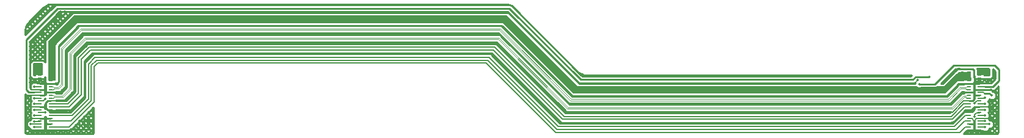
<source format=gtl>
%FSTAX23Y23*%
%MOIN*%
%SFA1B1*%

%IPPOS*%
%ADD11C,0.007900*%
%ADD12C,0.005900*%
%ADD13R,0.023600X0.009100*%
%ADD15C,0.011800*%
%ADD16C,0.009800*%
%ADD17C,0.002000*%
%ADD18C,0.006700*%
%ADD19C,0.009100*%
%ADD20C,0.012600*%
%ADD21C,0.015700*%
%ADD22C,0.013800*%
%LNleft_flex-1*%
%LPD*%
G36*
X-00752Y01519D02*
Y01457D01*
X-00789*
Y01452*
X-00803*
X-00807Y01456*
Y01519*
X-00803Y01523*
X-00755*
X-00752Y01519*
G37*
G36*
X01779Y01783D02*
X02165Y01397D01*
X04015*
X04018Y01395*
X04024Y01392*
X0403*
X04035Y01394*
X04112*
X04118Y01395*
X04121Y01397*
X04147*
X0415Y01396*
X04156*
X04159Y01397*
X04161*
X04162Y01398*
X04163Y01399*
X04167Y01403*
X04168Y01404*
X04228Y01465*
X0423Y01465*
X04235Y01468*
X04242Y01475*
X04243*
X04244Y01475*
X04251*
X04254Y01476*
X04266*
X04266Y01476*
X04272Y01474*
X04309*
Y01446*
X0431Y0144*
X04311Y0144*
Y01429*
X04307Y01426*
X04273*
X04268Y01425*
X04236*
X04169Y01358*
X02141*
X01759Y0174*
X01755*
X01754Y0174*
X01749Y01741*
X00197*
X00195Y01742*
X0019Y01743*
X00184Y01742*
X00182Y01741*
X-00558*
X-00563Y0174*
X-00568Y01737*
X-00677Y01628*
X-0068Y01623*
X-00681Y01618*
Y01427*
X-00684*
X-00687Y01426*
X-00722*
X-00724Y01428*
Y01641*
X-00582Y01783*
X01779*
G37*
G36*
X04413Y01492D02*
Y01456D01*
X04409Y01452*
X04377*
Y01457*
X0434*
Y01484*
X04338Y0149*
X04338Y0149*
Y01492*
X04342Y01496*
X04409*
X04413Y01492*
G37*
G54D11*
X04271Y01255D02*
X04273Y01253D01*
X04297*
G54D12*
X04268Y01316D02*
X04297D01*
X04195Y01255D02*
X04207D01*
X04268Y01316*
X04269Y01301D02*
X04297D01*
X042Y01232D02*
X04269Y01301D01*
X0209Y01232D02*
X042D01*
X04207Y01216D02*
X04274Y01283D01*
X02082Y01216D02*
X04207D01*
X04274Y01283D02*
X04295D01*
X-00503Y01519D02*
X-00468Y01555D01*
X-00592Y01238D02*
X-00503Y01326D01*
Y01519*
X04326Y01303D02*
X0434Y01316D01*
X01712Y0161D02*
X0209Y01232D01*
X01704Y01594D02*
X02082Y01216D01*
X01664Y01524D02*
X02044Y01144D01*
X-00451Y01524D02*
X01664D01*
X04216Y01177D02*
X04277Y01238D01*
X02059Y01177D02*
X04216D01*
X01681Y01555D02*
X02059Y01177D01*
X01673Y01539D02*
X02051Y01161D01*
X04228*
X04273Y01206*
X04247Y01144D02*
X04278Y01175D01*
X02044Y01144D02*
X04247D01*
X-005Y0161D02*
X01712D01*
X-00492Y01594D02*
X01704D01*
X-00468Y01555D02*
X01681D01*
X-0046Y01539D02*
X01673D01*
X-00559Y01551D02*
X-005Y0161D01*
X-00543Y01543D02*
X-00492Y01594D01*
X-00488Y01511D02*
X-0046Y01539D01*
X-00559Y01358D02*
Y01551D01*
X-00543Y0135D02*
Y01543D01*
X-00488Y01318D02*
Y01511D01*
X-00472Y01503D02*
X-00451Y01524D01*
X-00472Y01311D02*
Y01503D01*
X-00616Y01301D02*
X-00559Y01358D01*
X-00608Y01285D02*
X-00543Y0135D01*
X-00709Y01301D02*
X-00616D01*
X-00709Y01285D02*
X-00608D01*
X-00709Y01238D02*
X-00592D01*
X-00709Y01206D02*
X-006D01*
X-00488Y01318*
X-00608Y01175D02*
X-00472Y01311D01*
X-00709Y01175D02*
X-00608D01*
X-00713Y01263D02*
Y01268D01*
X-00711Y01269*
X-00818Y0119D02*
X-00768D01*
X-00798Y01332D02*
X-00768D01*
X-00768Y01332*
X04408Y0119D02*
X04409Y0119D01*
X04355Y0119D02*
X04408D01*
X-00768Y01205D02*
X-00768Y01206D01*
X-00798Y01205D02*
X-00768D01*
X04273Y01206D02*
X04297D01*
X04295Y01283D02*
X04297Y01285D01*
X04277Y01238D02*
X04297D01*
X04278Y01175D02*
X04297D01*
X-00739Y01253D02*
X-00739Y01253D01*
X-00768Y01253D02*
X-00739D01*
X-00768Y013D02*
X-00768Y01301D01*
X-00798Y013D02*
X-00768D01*
X-00768Y01269D02*
X-00768Y01269D01*
X-00798Y01269D02*
X-00768D01*
Y01238D02*
X-00768Y01238D01*
X-00798Y01238D02*
X-00768D01*
X04384Y01332D02*
X04385Y01333D01*
X04355Y01332D02*
X04384D01*
X-00798Y01175D02*
Y01175D01*
X-00768*
X04355D02*
X04356Y01174D01*
X04384D02*
X04385Y01173D01*
X04356Y01174D02*
X04384D01*
X04355Y01206D02*
X04385D01*
X04355Y01238D02*
X04385D01*
X04337Y01252D02*
X04354D01*
X04327Y01242D02*
X04337Y01252D01*
X04327Y01232D02*
Y01242D01*
X04354Y01252D02*
X04355Y01253D01*
X04326Y01231D02*
X04327Y01232D01*
X0434Y01316D02*
X04355D01*
X04355Y01301D02*
X04385D01*
X04355Y01269D02*
X04355Y01269D01*
X04385*
X04355Y01301D02*
X04355Y01301D01*
X-00749Y01316D02*
X-00738Y01327D01*
X-00768Y01316D02*
X-00749D01*
G54D13*
X-00709Y01379D03*
Y01395D03*
X04297Y01379D03*
Y01395D03*
X04355Y01159D03*
X04297D03*
X04355Y0149D03*
X04297D03*
X04355Y01175D03*
X04297D03*
X04355Y0119D03*
X04297D03*
X04355Y01206D03*
X04297D03*
X04355Y01222D03*
X04297D03*
X04355Y01238D03*
X04297D03*
X04355Y01253D03*
X04297D03*
X04355Y01269D03*
X04297D03*
X04355Y01285D03*
X04297D03*
X04355Y01301D03*
X04297D03*
X04355Y01316D03*
X04297D03*
X04355Y01332D03*
X04297D03*
X04355Y01348D03*
X04297D03*
X04355Y01364D03*
X04297D03*
X04355Y01379D03*
Y01395D03*
Y01411D03*
X04297D03*
X04355Y01427D03*
X04297D03*
X04355Y01442D03*
X04297D03*
X04355Y01458D03*
X04297D03*
X04355Y01474D03*
X04297D03*
X-00768D03*
X-00709D03*
X-00768Y01458D03*
X-00709D03*
X-00768Y01442D03*
X-00709D03*
X-00768Y01427D03*
X-00709D03*
X-00768Y01411D03*
X-00709D03*
X-00768Y01395D03*
Y01379D03*
Y01364D03*
X-00709D03*
X-00768Y01348D03*
X-00709D03*
X-00768Y01332D03*
X-00709D03*
X-00768Y01316D03*
X-00709D03*
X-00768Y01301D03*
X-00709D03*
X-00768Y01285D03*
X-00709D03*
X-00768Y01269D03*
X-00709D03*
X-00768Y01253D03*
X-00709D03*
X-00768Y01238D03*
X-00709D03*
X-00768Y01222D03*
X-00709D03*
X-00768Y01206D03*
X-00709D03*
X-00768Y0119D03*
X-00709D03*
X-00768Y01175D03*
X-00709D03*
X-00768Y0149D03*
X-00709D03*
X-00768Y01159D03*
X-00709D03*
G54D15*
X04204Y01196D02*
D01*
X04206Y01196*
X04207Y01196*
X04208Y01197*
X04209Y01197*
X04211Y01197*
X04212Y01198*
X04213Y01199*
X04214Y01199*
X04215Y012*
X04216Y01201*
X04217Y01202*
X04218Y01202*
X04271Y01255D01*
X04279Y01263*
X-00716Y01262D02*
X-00712Y01257D01*
X-00641Y01257D02*
X-00634Y01264D01*
X04376Y01139D02*
Y0114D01*
X04379Y01143D02*
Y01149D01*
X04376Y0114D02*
X04379Y01143D01*
Y01149D02*
X04397D01*
X04311Y01263D02*
X04326Y01279D01*
X04224Y0148D02*
X04236Y01492D01*
X04248*
G54D16*
X01807Y01833D02*
D01*
X01806Y01834*
X01804Y01836*
X01802Y01837*
X01801Y01838*
X01799Y01839*
X01797Y0184*
X01795Y0184*
X01793Y01841*
X01791Y01841*
X01789Y01842*
X01787Y01842*
X01786Y01842*
X04254Y01491D02*
X04266D01*
X0427Y0149D02*
X04274Y0149D01*
X04248Y0149D02*
X04254Y01491D01*
X04428Y0149D02*
X0444Y01478D01*
X04428Y01456D02*
Y0149D01*
X04225Y01492D02*
X0427D01*
X04238D02*
X0424Y0149D01*
X04243Y01491D02*
X04246Y0149D01*
X04237Y0149D02*
X04242Y01491D01*
X04428Y0148D02*
X04433Y01485D01*
X04428Y01469D02*
X0444Y01457D01*
X04324Y01474D02*
Y01482D01*
Y01457D02*
Y01474D01*
Y01457D02*
Y01474D01*
X04324Y01486D02*
X04324Y01482D01*
X04232Y01486D02*
X04237Y0149D01*
X04323Y01479D02*
X04324Y01474D01*
X04323Y01479D02*
Y01486D01*
X04226Y0148D02*
X04232Y01486D01*
X04217Y01485D02*
X04223Y01479D01*
X04203Y01471D02*
X04208Y01466D01*
X03912Y01456D02*
X03916Y01452D01*
X039D02*
X03903Y01456D01*
X03857D02*
X0386Y01452D01*
X03844D02*
X03847Y01456D01*
X03885D02*
X03888Y01452D01*
X03872D02*
X03875Y01456D01*
X03801D02*
X03804Y01452D01*
X03788D02*
X03792Y01456D01*
X03829D02*
X03832Y01452D01*
X03816D02*
X03819Y01456D01*
X03745D02*
X03749Y01452D01*
X03733D02*
X03736Y01456D01*
X03773D02*
X03776Y01452D01*
X03761D02*
X03764Y01456D01*
X04427Y01451D02*
X0444Y01464D01*
X04427Y0145D02*
X04428Y01456D01*
X04324Y01457D02*
X04326Y01451D01*
X0444Y01438D02*
Y01478D01*
X04324Y01447D02*
Y01457D01*
X0419Y01457D02*
X04194Y01452D01*
X03982Y01452D02*
X03985Y01456D01*
X04145Y01412D02*
X04225Y01492D01*
X04157Y01415D02*
X04218Y01475D01*
X0394Y01456D02*
X03944Y01452D01*
X03928D02*
X03931Y01456D01*
X03968D02*
X03971Y01452D01*
X03955D02*
X03959Y01456D01*
X0369D02*
X03693Y01452D01*
X03677D02*
X0368Y01456D01*
X03718D02*
X03721Y01452D01*
X03705D02*
X03708Y01456D01*
X03634D02*
X03637Y01452D01*
X03621D02*
X03625Y01456D01*
X03606D02*
X03609Y01452D01*
X03662Y01456D02*
X03665Y01452D01*
X03649D02*
X03652Y01456D01*
X03566Y01452D02*
X03569Y01456D01*
X03551D02*
X03554Y01452D01*
X03593D02*
X03597Y01456D01*
X03578D02*
X03582Y01452D01*
X0351D02*
X03513Y01456D01*
X03495D02*
X03498Y01452D01*
X03538D02*
X03541Y01456D01*
X03523D02*
X03526Y01452D01*
X03454D02*
X03458Y01456D01*
X03439D02*
X03442Y01452D01*
X03482D02*
X03485Y01456D01*
X03467D02*
X0347Y01452D01*
X02925D02*
X02929Y01456D01*
X0291D02*
X02913Y01452D01*
X02898D02*
X02901Y01456D01*
X02953Y01452D02*
X02956Y01456D01*
X02938D02*
X02941Y01452D01*
X02223Y01456D02*
X03985D01*
X02842Y01452D02*
X02845Y01456D01*
X02882D02*
X02886Y01452D01*
X0287D02*
X02873Y01456D01*
X02814Y01452D02*
X02817Y01456D01*
X02799D02*
X02802Y01452D01*
X02855Y01456D02*
X02858Y01452D01*
X02827Y01456D02*
X0283Y01452D01*
X02758D02*
X02762Y01456D01*
X02743D02*
X02746Y01452D01*
X02786D02*
X02789Y01456D01*
X02771D02*
X02774Y01452D01*
X02688Y01456D02*
X02691Y01452D01*
X02703D02*
X02706Y01456D01*
X02675Y01452D02*
X02678Y01456D01*
X0273Y01452D02*
X02734Y01456D01*
X02715D02*
X02719Y01452D01*
X02632Y01456D02*
X02635Y01452D01*
X02619D02*
X02622Y01456D01*
X0266D02*
X02663Y01452D01*
X02647D02*
X0265Y01456D01*
X02576D02*
X02579Y01452D01*
X02563D02*
X02567Y01456D01*
X02604D02*
X02607Y01452D01*
X02591D02*
X02595Y01456D01*
X0252D02*
X02524Y01452D01*
X02493Y01456D02*
X02496Y01452D01*
X02548Y01456D02*
X02552Y01452D01*
X02536D02*
X02539Y01456D01*
X03399Y01452D02*
X03402Y01456D01*
X03383D02*
X03387Y01452D01*
X03371D02*
X03374Y01456D01*
X03426Y01452D02*
X0343Y01456D01*
X03411D02*
X03415Y01452D01*
X03328Y01456D02*
X03331Y01452D01*
X03315D02*
X03318Y01456D01*
X03356D02*
X03359Y01452D01*
X03343D02*
X03346Y01456D01*
X03272D02*
X03275Y01452D01*
X03259D02*
X03263Y01456D01*
X033D02*
X03303Y01452D01*
X03287D02*
X03291Y01456D01*
X03216D02*
X0322Y01452D01*
X03204D02*
X03207Y01456D01*
X03244D02*
X03248Y01452D01*
X03232D02*
X03235Y01456D01*
X03161D02*
X03164Y01452D01*
X03148D02*
X03151Y01456D01*
X03133D02*
X03136Y01452D01*
X03189Y01456D02*
X03192Y01452D01*
X03176D02*
X03179Y01456D01*
X03092Y01452D02*
X03096Y01456D01*
X03077D02*
X03081Y01452D01*
X0312D02*
X03123Y01456D01*
X03105D02*
X03108Y01452D01*
X03037D02*
X0304Y01456D01*
X03022D02*
X03025Y01452D01*
X03065D02*
X03068Y01456D01*
X03049D02*
X03053Y01452D01*
X02981D02*
X02984Y01456D01*
X02966D02*
X02969Y01452D01*
X03009D02*
X03012Y01456D01*
X02994D02*
X02997Y01452D01*
X04424Y01445D02*
X04427Y0145D01*
X0442Y01442D02*
X04424Y01445D01*
X04416Y01439D02*
X0442Y01442D01*
X04417Y01415D02*
X0444Y01438D01*
X04424Y01446D02*
X04435Y01434D01*
X04409Y01437D02*
X04412Y01438D01*
X04371Y01438D02*
X04377Y01437D01*
X04391Y01415D02*
X04414Y01438D01*
X04347Y01439D02*
X04371Y01415D01*
X04404Y01437D02*
X04422Y0142D01*
X04446Y01385D02*
X04458Y01397D01*
X04377Y01437D02*
X04409D01*
X04451Y0139D02*
X04458Y01383D01*
X04421Y01375D02*
X04437D01*
X04375Y01415D02*
X04417D01*
X04376Y01437D02*
X04399Y01415D01*
X04363Y01415D02*
X04385Y01437D01*
X04328Y01415D02*
X04375D01*
X04326Y01433D02*
X04331Y01439D01*
X04328D02*
X0437D01*
X04328D02*
Y01447D01*
X04335Y01415D02*
X04359Y01439D01*
X04326Y01432D02*
X04343Y01415D01*
X04326Y01451D02*
X04328Y01447D01*
X04324Y01447D02*
X04325Y01443D01*
X04326Y0144D02*
Y01429D01*
X04323Y01415D02*
Y01422D01*
X04328Y01408D02*
X04335Y01415D01*
X04328Y01383D02*
Y01415D01*
Y01376D02*
Y01383D01*
Y01376D02*
Y01383D01*
X04323Y01407D02*
X04328Y01402D01*
X04323Y01403D02*
X04328Y01408D01*
X04323Y01376D02*
Y01399D01*
Y01407*
X04437Y01375D02*
X04446Y01385D01*
X04437Y01375D02*
X04446Y01385D01*
X04432Y01368D02*
X04443Y01357D01*
Y01355D02*
X04458Y01371D01*
X04437Y01376D02*
X04458Y01355D01*
X04421Y01375D02*
X04437D01*
X04428Y01368D02*
X04435Y01375D01*
X04421D02*
X04429Y01368D01*
X04421Y01375D02*
X04429Y01368D01*
X04443Y01343D02*
X04458Y01327D01*
X04443Y01335D02*
Y01357D01*
X04433Y01325D02*
X04458Y013D01*
X04432Y01324D02*
X04443Y01335D01*
X0441Y01324D02*
X04432D01*
X04407Y01327D02*
X0441Y01324D01*
X04403Y01316D02*
X04412Y01324D01*
X04402Y01317D02*
X04407Y01312D01*
X04328Y01352D02*
Y01376D01*
X04323Y01352D02*
Y0136D01*
Y01367*
X04328Y01344D02*
Y01352D01*
X04323Y01328D02*
Y01352D01*
Y01379D02*
X04328Y01374D01*
X04323Y01375D02*
X04328Y0138D01*
X04323Y0136D02*
Y01367D01*
Y01376*
X04328Y01331D02*
Y01336D01*
Y01331D02*
Y01336D01*
X04402Y01317D02*
X04407Y01322D01*
Y01327*
X04328Y01336D02*
Y01344D01*
Y01352*
X04323Y01327D02*
X04328Y01331D01*
X04323Y01327D02*
X04328Y01331D01*
X04323Y01407D02*
Y01415D01*
Y01407D02*
Y01415D01*
X04271Y0141D02*
X04275Y0141D01*
X04265Y0141D02*
X04268Y01407D01*
X04244D02*
X04247Y0141D01*
X04176Y01443D02*
X0418Y01438D01*
X04162Y01429D02*
X04167Y01424D01*
X04242Y0141D02*
X04268D01*
X04233Y01399D02*
X04241Y01407D01*
X04323Y01376D02*
Y01399D01*
X0426Y01368D02*
X0427D01*
Y0136D02*
Y01367D01*
Y0136D02*
Y01367D01*
X04241Y01407D02*
X04257D01*
X04241D02*
X04257D01*
X0427*
X04233Y01399D02*
X04241Y01407D01*
X02508Y01452D02*
X02511Y01456D01*
X0248Y01452D02*
X02483Y01456D01*
X02465D02*
X02468Y01452D01*
X04005Y01412D02*
Y01416D01*
X04002Y01413D02*
X04005Y01416D01*
X0219Y01452D02*
X03982D01*
X02424D02*
X02428Y01456D01*
X02452Y01452D02*
X02455Y01456D01*
X02437D02*
X0244Y01452D01*
X04147Y01412D02*
X04151Y01412D01*
X04002Y01413D02*
X04005Y01416D01*
X04154Y01411D02*
X04156Y01414D01*
X04148Y01415D02*
X04152Y01411D01*
X03982Y01413D02*
X04002D01*
X0219D02*
X03982D01*
X02171Y01412D02*
X04005D01*
X03982Y01413D02*
X04002D01*
X0426Y01359D02*
X0427D01*
X0426D02*
X0427D01*
X04255Y01363D02*
X04259Y01359D01*
X04323Y01347D02*
X04328Y01352D01*
X04252Y01351D02*
X0426Y01359D01*
X04252Y01351D02*
X0426Y01359D01*
X0418Y01347D02*
X04242Y0141D01*
X04203Y01311D02*
X0426Y01368D01*
X04177Y01342D02*
X04233Y01399D01*
X04323Y01351D02*
X04328Y01346D01*
X04242Y01349D02*
X04246Y01345D01*
X04323Y01328D02*
Y01352D01*
X04228Y01335D02*
X04232Y01331D01*
X04214Y01322D02*
X04218Y01317D01*
X042Y01308D02*
X04204Y01304D01*
X04195Y01303D02*
X04203Y01311D01*
X04195Y01303D02*
X04203Y01311D01*
X04175Y01344D02*
X0418Y01347D01*
X04169Y01343D02*
X04175Y01344D01*
X03035Y01303D02*
X03041Y01297D01*
X03536Y01303D02*
X03542Y01297D01*
X03521D02*
X03528Y01303D01*
X02134Y01342D02*
X04177D01*
X02141Y01343D02*
X04169D01*
X02881Y01297D02*
X02888Y01303D01*
X02868D02*
X02874Y01297D01*
X0418Y01303D02*
X04195D01*
X0418D02*
X04195D01*
X04121D02*
X04127Y01297D01*
X03926Y01303D02*
X03932Y01297D01*
X0212D02*
X04197D01*
X02131Y01303D02*
X0418D01*
X03786D02*
X03793Y01297D01*
X03549D02*
X03556Y01303D01*
X01768Y01845D02*
X01774D01*
X01786Y01843*
X01742Y01845D02*
X01744Y01842D01*
X01769Y01845D02*
X01772Y01842D01*
X01756D02*
X01759Y01845D01*
X017Y01842D02*
X01703Y01845D01*
X01686D02*
X01689Y01842D01*
X01728D02*
X01731Y01845D01*
X01714D02*
X01716Y01842D01*
X0178D02*
X01787D01*
X0178D02*
X01787D01*
X0174Y01798D02*
X01744Y01803D01*
X01768Y01798D02*
X01772Y01803D01*
X01756D02*
X0176Y01798D01*
X017Y01803D02*
X01705Y01798D01*
X01684D02*
X01689Y01803D01*
X01728D02*
X01733Y01798D01*
X01712D02*
X01716Y01803D01*
X0163Y01845D02*
X01633Y01842D01*
X01645D02*
X01647Y01845D01*
X01617Y01842D02*
X0162Y01845D01*
X01673Y01842D02*
X01675Y01845D01*
X01658D02*
X01661Y01842D01*
X01575Y01845D02*
X01577Y01842D01*
X01561D02*
X01564Y01845D01*
X01602D02*
X01605Y01842D01*
X01589D02*
X01592Y01845D01*
X01645Y01803D02*
X01649Y01798D01*
X01629D02*
X01633Y01803D01*
X01673D02*
X01677Y01798D01*
X01656D02*
X01661Y01803D01*
X01589D02*
X01593Y01798D01*
X01573D02*
X01577Y01803D01*
X01617D02*
X01621Y01798D01*
X01601D02*
X01605Y01803D01*
X0178D02*
X01787Y01796D01*
X0179Y01794*
X01779Y01798D02*
X01785Y01797D01*
X0179Y01794D02*
X0216Y01424D01*
X01757Y01719D02*
X02134Y01342D01*
X01751Y01725D02*
X01757Y01719D01*
X01747Y01726D02*
X01751Y01725D01*
X01753Y01725D02*
X02131Y01347D01*
X01751Y01725D02*
X01757Y01719D01*
X01741Y01676D02*
X01749Y01668D01*
X01729Y01676D02*
X01736Y01682D01*
X0173Y01688D02*
X02107Y01311D01*
X01741Y01676D02*
X01749Y01668D01*
X01703Y01688D02*
X01716Y01676D01*
X01701D02*
X01713Y01688D01*
X01725Y01676D02*
X01741D01*
X01725D02*
X01741D01*
X0162Y01688D02*
X01632Y01676D01*
X01646D02*
X01658Y01688D01*
X01618Y01676D02*
X0163Y01688D01*
X01674Y01676D02*
X01686Y01688D01*
X01648D02*
X0166Y01676D01*
X01564Y01688D02*
X01576Y01676D01*
X01562D02*
X01574Y01688D01*
X01592D02*
X01604Y01676D01*
X0159D02*
X01602Y01688D01*
X01676D02*
X01688Y01676D01*
X01625Y01628D02*
X01635Y01637D01*
X01653Y01628D02*
X01662Y01637D01*
X01643D02*
X01653Y01628D01*
X01587Y01637D02*
X01597Y01628D01*
X01569D02*
X01579Y01637D01*
X01615D02*
X01625Y01628D01*
X01597D02*
X01607Y01637D01*
X01491Y01845D02*
X01494Y01842D01*
X01506D02*
X01508Y01845D01*
X01478Y01842D02*
X0148Y01845D01*
X01533Y01842D02*
X01536Y01845D01*
X01519D02*
X01522Y01842D01*
X01435Y01845D02*
X01438Y01842D01*
X01422D02*
X01425Y01845D01*
X01463D02*
X01466Y01842D01*
X0145D02*
X01453Y01845D01*
X01547D02*
X01549Y01842D01*
X01533Y01803D02*
X01538Y01798D01*
X01561Y01803D02*
X01566Y01798D01*
X01545D02*
X01549Y01803D01*
X01422D02*
X01426Y01798D01*
X01406D02*
X0141Y01803D01*
X01517Y01798D02*
X01522Y01803D01*
X01434Y01798D02*
X01438Y01803D01*
X01366Y01842D02*
X01369Y01845D01*
X0138D02*
X01382Y01842D01*
X01352Y01845D02*
X01354Y01842D01*
X01407Y01845D02*
X0141Y01842D01*
X01394D02*
X01397Y01845D01*
X01311Y01842D02*
X01313Y01845D01*
X01296D02*
X01299Y01842D01*
X01339D02*
X01341Y01845D01*
X01324D02*
X01327Y01842D01*
X01366Y01803D02*
X01371Y01798D01*
X0135D02*
X01355Y01803D01*
X01394D02*
X01398Y01798D01*
X01378D02*
X01382Y01803D01*
X01311D02*
X01315Y01798D01*
X01295D02*
X01299Y01803D01*
X01339D02*
X01343Y01798D01*
X01322D02*
X01327Y01803D01*
X01506Y01676D02*
X01519Y01688D01*
X01509D02*
X01521Y01676D01*
X01506Y01803D02*
X0151Y01798D01*
X01536Y01688D02*
X01548Y01676D01*
X01534D02*
X01546Y01688D01*
X01489Y01798D02*
X01494Y01803D01*
X01478D02*
X01482Y01798D01*
X01481Y01688D02*
X01493Y01676D01*
X01479D02*
X01491Y01688D01*
X01532Y01637D02*
X01541Y01628D01*
X01514D02*
X01523Y01637D01*
X0156D02*
X01569Y01628D01*
X01542D02*
X01551Y01637D01*
X01476D02*
X01486Y01628D01*
X01458D02*
X01468Y01637D01*
X01504D02*
X01513Y01628D01*
X01486D02*
X01495Y01637D01*
X0145Y01803D02*
X01454Y01798D01*
X01462D02*
X01466Y01803D01*
X01367Y01676D02*
X01379Y01688D01*
X01395Y01676D02*
X01407Y01688D01*
X01369D02*
X01381Y01676D01*
X01314Y01688D02*
X01326Y01676D01*
X01312D02*
X01324Y01688D01*
X01342D02*
X01354Y01676D01*
X01339D02*
X01352Y01688D01*
X01453D02*
X01465Y01676D01*
X01451D02*
X01463Y01688D01*
X01448Y01637D02*
X01458Y01628D01*
X0143D02*
X0144Y01637D01*
X01423Y01676D02*
X01435Y01688D01*
X01397D02*
X01409Y01676D01*
X01425Y01688D02*
X01437Y01676D01*
X0142Y01637D02*
X0143Y01628D01*
X02369Y01452D02*
X02372Y01456D01*
X02381D02*
X02385Y01452D01*
X02341D02*
X02344Y01456D01*
X02409D02*
X02412Y01452D01*
X02396D02*
X024Y01456D01*
X02215Y01456D02*
X02222Y01456D01*
X02197Y01459D02*
X02212Y01456D01*
X02214Y01456D02*
X02218Y01452D01*
X02202D02*
X02207Y01457D01*
X02313Y01452D02*
X02316Y01456D01*
X02298D02*
X02301Y01452D01*
X02285D02*
X02288Y01456D01*
X02353D02*
X02357Y01452D01*
X02326Y01456D02*
X02329Y01452D01*
X02242Y01456D02*
X02245Y01452D01*
X02229D02*
X02233Y01456D01*
X0227D02*
X02273Y01452D01*
X02257D02*
X0226Y01456D01*
X0217Y01472D02*
X02176Y01468D01*
X02179Y01466D02*
X02193Y0146D01*
X01882Y01467D02*
X01887Y01472D01*
X02171Y01472D02*
X0219Y01452D01*
X0217Y01472D02*
X0219Y01452D01*
X0184Y01509D02*
X01845Y01514D01*
X01826Y01523D02*
X01831Y01528D01*
X01868Y01481D02*
X01873Y01486D01*
X01854Y01495D02*
X01859Y015D01*
X02182Y0146D02*
X02185Y01464D01*
X0216Y01424D02*
X02171Y01413D01*
X0219*
X02171D02*
X0219D01*
X0191Y01439D02*
X01915Y01444D01*
X01896Y01453D02*
X01901Y01458D01*
X01924Y01425D02*
X01929Y0143D01*
X01839Y01424D02*
X01843Y01428D01*
X02131Y01347D02*
X02135Y01344D01*
X02141Y01343*
X02115Y01303D02*
X02131D01*
X0213Y01297D02*
X02136Y01303D01*
X02116D02*
X02123Y01297D01*
X02107Y01311D02*
X02115Y01303D01*
X02107Y01311D02*
X02115Y01303D01*
X02131*
X02049Y013D02*
X02054Y01305D01*
X02213Y01297D02*
X02219Y01303D01*
X022D02*
X02206Y01297D01*
X02241D02*
X02247Y01303D01*
X02227D02*
X02234Y01297D01*
X02157D02*
X02164Y01303D01*
X02144D02*
X0215Y01297D01*
X02185D02*
X02192Y01303D01*
X02172D02*
X02178Y01297D01*
X01951Y01397D02*
X01957Y01402D01*
X01965Y01383D02*
X01971Y01388D01*
X01938Y01411D02*
X01943Y01416D01*
X01993Y01356D02*
X01998Y01361D01*
X01979Y01369D02*
X01984Y01375D01*
X01866Y01396D02*
X01871Y014D01*
X01852Y0141D02*
X01857Y01414D01*
X01894Y01368D02*
X01899Y01373D01*
X0188Y01382D02*
X01885Y01386D01*
X02021Y01328D02*
X02026Y01333D01*
X02007Y01342D02*
X02012Y01347D01*
X02035Y01314D02*
X0204Y01319D01*
X01964Y01298D02*
X01969Y01303D01*
X01922Y0134D02*
X01927Y01345D01*
X01908Y01354D02*
X01913Y01359D01*
X0195Y01312D02*
X01955Y01317D01*
X01936Y01326D02*
X01941Y01331D01*
X01703Y01628D02*
X01721D01*
X01729Y0162D02*
X01734Y01625D01*
X01709Y01628D02*
X01718Y01637D01*
X01721Y01628D02*
X0173Y01619D01*
X01721Y01628D02*
X0173Y01619D01*
X01681Y01628D02*
X0169Y01637D01*
X01671D02*
X0168Y01628D01*
X01703D02*
X01721D01*
X01699Y01637D02*
X01708Y01628D01*
X01757Y01592D02*
X01762Y01597D01*
X01743Y01606D02*
X01748Y01611D01*
X01771Y01578D02*
X01776Y01583D01*
X01598Y01573D02*
X01601Y01576D01*
X01565D02*
X01569Y01573D01*
X01542D02*
X01546Y01576D01*
X01593D02*
X01596Y01573D01*
X0157D02*
X01574Y01576D01*
X01365Y01637D02*
X01374Y01628D01*
X01375D02*
X01384Y01637D01*
X01347Y01628D02*
X01356Y01637D01*
X01402Y01628D02*
X01412Y01637D01*
X01393D02*
X01402Y01628D01*
X01309Y01637D02*
X01319Y01628D01*
X01291D02*
X01301Y01637D01*
X01337D02*
X01346Y01628D01*
X01319D02*
X01328Y01637D01*
X01509Y01576D02*
X01513Y01573D01*
X01486D02*
X0149Y01576D01*
X01537D02*
X01541Y01573D01*
X01514D02*
X01518Y01576D01*
X01454D02*
X01457Y01573D01*
X01431D02*
X01434Y01576D01*
X01481D02*
X01485Y01573D01*
X01459D02*
X01462Y01576D01*
X01784Y01564D02*
X0179Y01569D01*
X01798Y0155D02*
X01804Y01556D01*
X01699Y01563D02*
X01704Y01567D01*
X01812Y01536D02*
X01817Y01542D01*
X01713Y01549D02*
X01718Y01554D01*
X01672Y01573D02*
X0169D01*
X01672D02*
X0169D01*
X01699Y01564*
X0169Y01573D02*
X01699Y01564D01*
X01797Y01465D02*
X01801Y0147D01*
X01783Y01479D02*
X01788Y01484D01*
X01825Y01437D02*
X01829Y01442D01*
X01811Y01451D02*
X01815Y01456D01*
X01741Y01521D02*
X01746Y01526D01*
X01727Y01535D02*
X01732Y0154D01*
X01769Y01493D02*
X01774Y01498D01*
X01755Y01507D02*
X0176Y01512D01*
X01347Y01573D02*
X01351Y01576D01*
X0137D02*
X01374Y01573D01*
X01342Y01576D02*
X01346Y01573D01*
X01398Y01576D02*
X01401Y01573D01*
X01375D02*
X01379Y01576D01*
X01292Y01573D02*
X01295Y01576D01*
X01286D02*
X0129Y01573D01*
X01319D02*
X01323Y01576D01*
X01314D02*
X01318Y01573D01*
X01653D02*
X01657Y01576D01*
X01648D02*
X01652Y01573D01*
X01681D02*
X01685Y01576D01*
X01676D02*
X0168Y01573D01*
X01426Y01576D02*
X01429Y01573D01*
X01403D02*
X01407Y01576D01*
X01626Y01573D02*
X01629Y01576D01*
X01621D02*
X01624Y01573D01*
X0419Y01297D02*
X0426Y01368D01*
X04407Y01292D02*
X04458Y01343D01*
X04197Y01297D02*
X04252Y01351D01*
X04407Y01323D02*
X04458Y01272D01*
X04407Y0129D02*
Y01312D01*
X04078Y01297D02*
X04085Y01303D01*
X04065D02*
X04071Y01297D01*
X04106D02*
X04112Y01303D01*
X04093D02*
X04099Y01297D01*
X04402Y01285D02*
X04407Y0129D01*
X04402Y01285D02*
X04407Y0128D01*
X04323Y01281D02*
X04328D01*
Y01273D02*
Y01281D01*
X04323Y01266D02*
X04328Y0127D01*
X04148Y01303D02*
X04155Y01297D01*
X04134D02*
X0414Y01303D01*
X04176D02*
X04183Y01297D01*
X04162D02*
X04168Y01303D01*
X03883Y01297D02*
X0389Y01303D01*
X03898D02*
X03904Y01297D01*
X0387Y01303D02*
X03876Y01297D01*
X03939D02*
X03945Y01303D01*
X03911Y01297D02*
X03918Y01303D01*
X03828Y01297D02*
X03834Y01303D01*
X03814D02*
X03821Y01297D01*
X03856D02*
X03862Y01303D01*
X03842D02*
X03849Y01297D01*
X04023D02*
X04029Y01303D01*
X04009D02*
X04016Y01297D01*
X0405D02*
X04057Y01303D01*
X04037D02*
X04043Y01297D01*
X03967D02*
X03973Y01303D01*
X03953D02*
X0396Y01297D01*
X03995D02*
X04001Y01303D01*
X03981D02*
X03988Y01297D01*
X04407Y01295D02*
X04458Y01244D01*
X04407Y01236D02*
X04458Y01287D01*
X04407Y01258D02*
Y0128D01*
X04458Y01143D02*
X04458Y01397D01*
X04407Y01267D02*
X04458Y01216D01*
X04323Y01266D02*
X04328Y0127D01*
X04323Y01266D02*
Y01281D01*
X04407Y01264D02*
X04458Y01315D01*
X04286Y01265D02*
X04304D01*
X04319Y01261D02*
X04323Y01265D01*
X04319Y01261D02*
X04323Y01265D01*
X0441Y01211D02*
X04458Y01259D01*
X04402Y01253D02*
X04407Y01258D01*
X04283Y01265D02*
X04323D01*
X04298D02*
X04306Y01257D01*
X04315D02*
X04318Y0126D01*
X04315Y01257D02*
X04318Y0126D01*
X04286Y01265D02*
X04304D01*
X04289Y01257D02*
X04297Y01265D01*
X04275Y01257D02*
X04283Y01265D01*
X03887Y01258D02*
X03896Y0125D01*
X03864D02*
X03872Y01258D01*
X03832D02*
X0384Y0125D01*
X03808D02*
X03817Y01258D01*
X0386D02*
X03868Y0125D01*
X03836D02*
X03844Y01258D01*
X04194D02*
X04197Y01255D01*
X03947Y0125D02*
X03956Y01258D01*
X04191Y0125D02*
X042Y01258D01*
X03971D02*
X03979Y0125D01*
X03915Y01258D02*
X03924Y0125D01*
X03892D02*
X039Y01258D01*
X03943D02*
X03951Y0125D01*
X0392D02*
X03928Y01258D01*
X03647Y01303D02*
X03654Y01297D01*
X03661D02*
X03667Y01303D01*
X03633Y01297D02*
X03639Y01303D01*
X03688Y01297D02*
X03695Y01303D01*
X03675D02*
X03681Y01297D01*
X03592Y01303D02*
X03598Y01297D01*
X03577D02*
X03584Y01303D01*
X03619D02*
X03626Y01297D01*
X03605D02*
X03611Y01303D01*
X03759D02*
X03765Y01297D01*
X03744D02*
X03751Y01303D01*
X038Y01297D02*
X03806Y01303D01*
X03772Y01297D02*
X03778Y01303D01*
X03716Y01297D02*
X03723Y01303D01*
X03703D02*
X03709Y01297D01*
X02117Y01258D02*
X042D01*
X03731Y01303D02*
X03737Y01297D01*
X03382D02*
X03389Y01303D01*
X03397D02*
X03403Y01297D01*
X03369Y01303D02*
X03375Y01297D01*
X03425Y01303D02*
X03431Y01297D01*
X0341D02*
X03417Y01303D01*
X03327Y01297D02*
X03333Y01303D01*
X03313D02*
X0332Y01297D01*
X03354D02*
X03361Y01303D01*
X03341D02*
X03347Y01297D01*
X03494D02*
X035Y01303D01*
X0348D02*
X03487Y01297D01*
X03564Y01303D02*
X0357Y01297D01*
X03508Y01303D02*
X03514Y01297D01*
X03452Y01303D02*
X03459Y01297D01*
X03438D02*
X03444Y01303D01*
X03466Y01297D02*
X03472Y01303D01*
X03363Y0125D02*
X03371Y01258D01*
X03641Y0125D02*
X0365Y01258D01*
X03665D02*
X03673Y0125D01*
X03637Y01258D02*
X03645Y0125D01*
X03693Y01258D02*
X03701Y0125D01*
X03669D02*
X03677Y01258D01*
X03586Y0125D02*
X03594Y01258D01*
X03581D02*
X0359Y0125D01*
X03613D02*
X03622Y01258D01*
X03609D02*
X03617Y0125D01*
X03776Y01258D02*
X03784Y0125D01*
X03753D02*
X03761Y01258D01*
X03804D02*
X03812Y0125D01*
X0378D02*
X03789Y01258D01*
X0372D02*
X03729Y0125D01*
X03697D02*
X03705Y01258D01*
X03748D02*
X03757Y0125D01*
X03725D02*
X03733Y01258D01*
X03414D02*
X03422Y0125D01*
X03419D02*
X03427Y01258D01*
X03391Y0125D02*
X03399Y01258D01*
X03446Y0125D02*
X03455Y01258D01*
X03442D02*
X0345Y0125D01*
X03335D02*
X03343Y01258D01*
X03331D02*
X03339Y0125D01*
X03386Y01258D02*
X03395Y0125D01*
X03359Y01258D02*
X03367Y0125D01*
X0353D02*
X03538Y01258D01*
X03526D02*
X03534Y0125D01*
X03558D02*
X03566Y01258D01*
X03553D02*
X03562Y0125D01*
X03474D02*
X03483Y01258D01*
X0347D02*
X03478Y0125D01*
X03502D02*
X0351Y01258D01*
X03498D02*
X03506Y0125D01*
X04407Y01211D02*
Y01217D01*
Y01211D02*
X0442D01*
X04407Y01227D02*
Y01249D01*
X04429Y01202D02*
X04458Y01232D01*
X04407Y01239D02*
X04458Y01188D01*
X04402Y01253D02*
X04407Y01249D01*
X04275Y01257D02*
X04315D01*
X04402Y01222D02*
X04407Y01217D01*
X04402Y01222D02*
X04407Y01227D01*
X0442Y01211D02*
X04431Y012D01*
X04328Y01187D02*
Y01194D01*
Y01209*
Y01187D02*
Y01194D01*
Y01187D02*
Y01194D01*
X04326Y01209D02*
X04328Y01207D01*
X04323Y01209D02*
X04328D01*
Y01194D02*
Y01209D01*
X04323Y01194D02*
Y01209D01*
X04142Y0125D02*
X04151Y01258D01*
X04166D02*
X04174Y0125D01*
X04138Y01258D02*
X04146Y0125D01*
X0417D02*
X04178Y01258D01*
X04142Y01198D02*
X04146Y01195D01*
X04115Y0125D02*
X04123Y01258D01*
X0411D02*
X04118Y0125D01*
X04115Y01195D02*
X04119Y01198D01*
X04114D02*
X04118Y01195D01*
X04198Y01198D02*
X04211D01*
X04198D02*
X04211D01*
X04207Y01195D02*
X04211Y01198D01*
X04199Y01195D02*
X04202Y01198D01*
X0417D02*
X04174Y01195D01*
X04143D02*
X04147Y01198D01*
X04198D02*
X04201Y01195D01*
X04171D02*
X04174Y01198D01*
X04431Y01188D02*
X04458Y0116D01*
X0442Y01168D02*
X04431Y01179D01*
Y012*
X0442Y01138D02*
X04458Y01176D01*
X04422Y01169D02*
X04453Y01138D01*
X04407Y01168D02*
X0442D01*
X04407Y01162D02*
Y01168D01*
X04392Y01138D02*
X04458Y01204D01*
X04396Y01151D02*
X04407Y01162D01*
X04384Y01151D02*
X04398Y01138D01*
X04374Y01151D02*
X04396D01*
X04448Y01138D02*
X04458Y01148D01*
X04404Y01159D02*
X04425Y01138D01*
X0437Y01155D02*
X04374Y01151D01*
X04328Y01155D02*
X0437D01*
X04268Y01138D02*
X04453D01*
X04364D02*
X04378Y01151D01*
X04328Y01171D02*
Y01187D01*
X04323Y01184D02*
X04328Y01179D01*
X04323Y0118D02*
X04328Y01185D01*
Y01155D02*
Y01171D01*
Y01187*
X04323D02*
Y01194D01*
Y01187D02*
Y01194D01*
X04309Y01138D02*
X04328Y01157D01*
X04323Y01155D02*
Y01187D01*
Y01156D02*
X04342Y01138D01*
X04296Y01155D02*
X04314Y01138D01*
X04352Y01155D02*
X0437Y01138D01*
X04336D02*
X04354Y01155D01*
X04285D02*
X04323D01*
X04268Y01138D02*
X04285Y01155D01*
X04281Y01138D02*
X04298Y01155D01*
X04277Y01147D02*
X04286Y01138D01*
X04055Y01258D02*
X04063Y0125D01*
X04059D02*
X04067Y01258D01*
X04031Y0125D02*
X04039Y01258D01*
X04087Y0125D02*
X04095Y01258D01*
X04082D02*
X04091Y0125D01*
X03999Y01258D02*
X04007Y0125D01*
X03975D02*
X03984Y01258D01*
X04027D02*
X04035Y0125D01*
X04003D02*
X04011Y01258D01*
X03725Y01198D02*
X03728Y01195D01*
X03698D02*
X03701Y01198D01*
X03752D02*
X03756Y01195D01*
X03725D02*
X03729Y01198D01*
X02091D02*
X04198D01*
X02099Y0125D02*
X04191D01*
X03697Y01198D02*
X037Y01195D01*
X0367D02*
X03673Y01198D01*
X03503Y01195D02*
X03506Y01198D01*
X0353D02*
X03533Y01195D01*
X03502Y01198D02*
X03505Y01195D01*
X03557Y01198D02*
X03561Y01195D01*
X0353D02*
X03534Y01198D01*
X03447Y01195D02*
X03451Y01198D01*
X03446D02*
X0345Y01195D01*
X03475D02*
X03478Y01198D01*
X03474D02*
X03478Y01195D01*
X03641Y01198D02*
X03645Y01195D01*
X03614D02*
X03618Y01198D01*
X03669D02*
X03672Y01195D01*
X03642D02*
X03645Y01198D01*
X03585D02*
X03589Y01195D01*
X03558D02*
X03562Y01198D01*
X03613D02*
X03617Y01195D01*
X03586D02*
X0359Y01198D01*
X03948Y01195D02*
X03952Y01198D01*
X03975D02*
X03979Y01195D01*
X03947Y01198D02*
X03951Y01195D01*
X04003Y01198D02*
X04007Y01195D01*
X03976D02*
X0398Y01198D01*
X03892Y01195D02*
X03896Y01198D01*
X03892D02*
X03895Y01195D01*
X0392D02*
X03924Y01198D01*
X03919D02*
X03923Y01195D01*
X04059D02*
X04063Y01198D01*
X04059D02*
X04062Y01195D01*
X04087D02*
X04091Y01198D01*
X04086D02*
X0409Y01195D01*
X02068D02*
X04207D01*
X04004D02*
X04007Y01198D01*
X04032Y01195D02*
X04035Y01198D01*
X04031D02*
X04034Y01195D01*
X03391D02*
X03395Y01198D01*
X03418D02*
X03422Y01195D01*
X0339Y01198D02*
X03394Y01195D01*
X03753D02*
X03757Y01198D01*
X03419Y01195D02*
X03423Y01198D01*
X03336Y01195D02*
X03339Y01198D01*
X03335D02*
X03338Y01195D01*
X03363D02*
X03367Y01198D01*
X03363D02*
X03366Y01195D01*
X03837D02*
X0384Y01198D01*
X03836D02*
X03839Y01195D01*
X03865D02*
X03868Y01198D01*
X03864D02*
X03867Y01195D01*
X03781D02*
X03785Y01198D01*
X0378D02*
X03784Y01195D01*
X03809D02*
X03812Y01198D01*
X03808D02*
X03812Y01195D01*
X02853Y01297D02*
X0286Y01303D01*
X02896D02*
X02902Y01297D01*
X0284Y01303D02*
X02846Y01297D01*
X02923Y01303D02*
X0293Y01297D01*
X02909D02*
X02915Y01303D01*
X02798Y01297D02*
X02804Y01303D01*
X02784D02*
X02791Y01297D01*
X02825D02*
X02832Y01303D01*
X02812D02*
X02818Y01297D01*
X03257Y01303D02*
X03264Y01297D01*
X03271D02*
X03277Y01303D01*
X03243Y01297D02*
X03249Y01303D01*
X03299Y01297D02*
X03305Y01303D01*
X03285D02*
X03292Y01297D01*
X03202Y01303D02*
X03208Y01297D01*
X02937D02*
X02943Y01303D01*
X0323D02*
X03236Y01297D01*
X03215D02*
X03222Y01303D01*
X02617D02*
X02624Y01297D01*
X02631D02*
X02637Y01303D01*
X02603Y01297D02*
X02609Y01303D01*
X02658Y01297D02*
X02665Y01303D01*
X02645D02*
X02651Y01297D01*
X02562Y01303D02*
X02568Y01297D01*
X02547D02*
X02554Y01303D01*
X02589D02*
X02596Y01297D01*
X02575D02*
X02581Y01303D01*
X02742Y01297D02*
X02748Y01303D01*
X02729D02*
X02735Y01297D01*
X0277D02*
X02776Y01303D01*
X02756D02*
X02763Y01297D01*
X02686D02*
X02693Y01303D01*
X02673D02*
X02679Y01297D01*
X02714D02*
X02721Y01303D01*
X02701D02*
X02707Y01297D01*
X0316D02*
X03166Y01303D01*
X03174D02*
X0318Y01297D01*
X03146Y01303D02*
X03153Y01297D01*
X03191Y01258D02*
X032Y0125D01*
X03187Y01297D02*
X03194Y01303D01*
X03104Y01297D02*
X0311Y01303D01*
X0309D02*
X03097Y01297D01*
X03132D02*
X03138Y01303D01*
X03118D02*
X03125Y01297D01*
X03275Y01258D02*
X03283Y0125D01*
X03252D02*
X0326Y01258D01*
X03303D02*
X03311Y0125D01*
X03279D02*
X03288Y01258D01*
X03219D02*
X03228Y0125D01*
X03196D02*
X03204Y01258D01*
X03247D02*
X03255Y0125D01*
X03224D02*
X03232Y01258D01*
X0302Y01297D02*
X03027Y01303D01*
X03048Y01297D02*
X03055Y01303D01*
X03007D02*
X03013Y01297D01*
X03076D02*
X03082Y01303D01*
X03063D02*
X03069Y01297D01*
X02965D02*
X02971Y01303D01*
X02951D02*
X02958Y01297D01*
X02993D02*
X02999Y01303D01*
X02979D02*
X02986Y01297D01*
X02611Y0125D02*
X0262Y01258D01*
X02607D02*
X02615Y0125D01*
X02639D02*
X02647Y01258D01*
X02635D02*
X02643Y0125D01*
X02556D02*
X02564Y01258D01*
X02551D02*
X02559Y0125D01*
X02583D02*
X02592Y01258D01*
X02579D02*
X02587Y0125D01*
X0238Y01297D02*
X02386Y01303D01*
X02394D02*
X02401Y01297D01*
X02367Y01303D02*
X02373Y01297D01*
X02422Y01303D02*
X02429Y01297D01*
X02408D02*
X02414Y01303D01*
X02324Y01297D02*
X02331Y01303D01*
X02311D02*
X02317Y01297D01*
X02352D02*
X02359Y01303D01*
X02339D02*
X02345Y01297D01*
X02506Y01303D02*
X02512Y01297D01*
X02491D02*
X02498Y01303D01*
X02534D02*
X0254Y01297D01*
X02519D02*
X02526Y01303D01*
X0245D02*
X02457Y01297D01*
X02436D02*
X02442Y01303D01*
X02478D02*
X02484Y01297D01*
X02464D02*
X0247Y01303D01*
X02269Y01297D02*
X02275Y01303D01*
X02283D02*
X0229Y01297D01*
X02255Y01303D02*
X02262Y01297D01*
X02297D02*
X02303Y01303D01*
X02077Y01272D02*
X02082Y01277D01*
X01749Y01668D02*
X0212Y01297D01*
X02063Y01286D02*
X02068Y01291D01*
X01722Y01637D02*
X02093Y01266D01*
X01978Y01284D02*
X01982Y01289D01*
X02101Y01258D02*
X02117D01*
X02093Y01266D02*
X02101Y01258D01*
X0211Y0125D02*
X02118Y01258D01*
X02101D02*
X02117D01*
X02091Y01258D02*
X02096Y01263D01*
X01992Y0127D02*
X01996Y01275D01*
X02093Y01266D02*
X02101Y01258D01*
X02006Y01257D02*
X0201Y01261D01*
X02384Y01258D02*
X02392Y0125D01*
X02389D02*
X02397Y01258D01*
X02361Y0125D02*
X02369Y01258D01*
X02416Y0125D02*
X02425Y01258D01*
X02412D02*
X0242Y0125D01*
X02328Y01258D02*
X02337Y0125D01*
X02305D02*
X02313Y01258D01*
X02356D02*
X02365Y0125D01*
X02333D02*
X02341Y01258D01*
X025Y0125D02*
X02508Y01258D01*
X02496D02*
X02504Y0125D01*
X02528D02*
X02536Y01258D01*
X02523D02*
X02532Y0125D01*
X02444D02*
X02452Y01258D01*
X0244D02*
X02448Y0125D01*
X02472D02*
X0248Y01258D01*
X02468D02*
X02476Y0125D01*
X02138D02*
X02146Y01258D01*
X02161D02*
X0217Y0125D01*
X02134Y01258D02*
X02142Y0125D01*
X02189Y01258D02*
X02198Y0125D01*
X02166D02*
X02174Y01258D01*
X02106D02*
X02114Y0125D01*
X0173Y01619D02*
X02099Y0125D01*
X01699Y01564D02*
X02068Y01195D01*
X01695Y01576D02*
X02064Y01207D01*
X02273Y01258D02*
X02281Y0125D01*
X02249D02*
X02258Y01258D01*
X02301D02*
X02309Y0125D01*
X02277D02*
X02285Y01258D01*
X02217D02*
X02225Y0125D01*
X02194D02*
X02202Y01258D01*
X02245D02*
X02253Y0125D01*
X02221D02*
X0223Y01258D01*
X03024D02*
X03033Y0125D01*
X03029D02*
X03037Y01258D01*
X03001Y0125D02*
X03009Y01258D01*
X03057Y0125D02*
X03065Y01258D01*
X03052D02*
X03061Y0125D01*
X02969Y01258D02*
X02977Y0125D01*
X02945D02*
X02954Y01258D01*
X02997D02*
X03005Y0125D01*
X02973D02*
X02981Y01258D01*
X0314Y0125D02*
X03148Y01258D01*
X03164D02*
X03172Y0125D01*
X03136Y01258D02*
X03144Y0125D01*
X03307D02*
X03315Y01258D01*
X03168Y0125D02*
X03176Y01258D01*
X03084Y0125D02*
X03093Y01258D01*
X0308D02*
X03088Y0125D01*
X03112D02*
X03121Y01258D01*
X03108D02*
X03116Y0125D01*
X02857Y01258D02*
X02866Y0125D01*
X02862D02*
X0287Y01258D01*
X02834Y0125D02*
X02842Y01258D01*
X0289Y0125D02*
X02898Y01258D01*
X02885D02*
X02894Y0125D01*
X02802Y01258D02*
X0281Y0125D01*
X02778D02*
X02787Y01258D01*
X0283D02*
X02838Y0125D01*
X02806D02*
X02814Y01258D01*
X02917Y0125D02*
X02926Y01258D01*
X02913D02*
X02921Y0125D01*
X02941Y01258D02*
X02949Y0125D01*
X02835Y01195D02*
X02838Y01198D01*
X02806D02*
X02809Y01195D01*
X02779D02*
X02782Y01198D01*
X02834D02*
X02837Y01195D01*
X02807D02*
X0281Y01198D01*
X03168D02*
X03171Y01195D01*
X03169D02*
X03172Y01198D01*
X03141Y01195D02*
X03144Y01198D01*
X03196Y01195D02*
X032Y01198D01*
X03196D02*
X03199Y01195D01*
X03112Y01198D02*
X03116Y01195D01*
X03085D02*
X03089Y01198D01*
X0314D02*
X03144Y01195D01*
X03113D02*
X03117Y01198D01*
X0328Y01195D02*
X03284Y01198D01*
X03279D02*
X03283Y01195D01*
X03308D02*
X03311Y01198D01*
X03307D02*
X03311Y01195D01*
X03224D02*
X03228Y01198D01*
X03223D02*
X03227Y01195D01*
X03252D02*
X03256Y01198D01*
X03251D02*
X03255Y01195D01*
X02918D02*
X02922Y01198D01*
X02945D02*
X02949Y01195D01*
X02917Y01198D02*
X02921Y01195D01*
X02973Y01198D02*
X02976Y01195D01*
X02946D02*
X02949Y01198D01*
X02862Y01195D02*
X02866Y01198D01*
X02862D02*
X02865Y01195D01*
X0289D02*
X02894Y01198D01*
X02889D02*
X02893Y01195D01*
X03056Y01198D02*
X0306Y01195D01*
X03029D02*
X03033Y01198D01*
X03084D02*
X03088Y01195D01*
X03057D02*
X03061Y01198D01*
X03001D02*
X03004Y01195D01*
X02974D02*
X02977Y01198D01*
X03029D02*
X03032Y01195D01*
X03002D02*
X03005Y01198D01*
X02723Y0125D02*
X02731Y01258D01*
X02746D02*
X02754Y0125D01*
X02718Y01258D02*
X02727Y0125D01*
X02774Y01258D02*
X02782Y0125D01*
X0275D02*
X02759Y01258D01*
X02667Y0125D02*
X02675Y01258D01*
X02663D02*
X02671Y0125D01*
X02695D02*
X02703Y01258D01*
X0269D02*
X02699Y0125D01*
X02389Y01195D02*
X02393Y01198D01*
X02388D02*
X02392Y01195D01*
X02417D02*
X02421Y01198D01*
X02416D02*
X0242Y01195D01*
X02333D02*
X02337Y01198D01*
X02333D02*
X02336Y01195D01*
X02361D02*
X02365Y01198D01*
X0236D02*
X02364Y01195D01*
X02064Y01207D02*
X02073Y01198D01*
X02091*
X02064Y01207D02*
X02073Y01198D01*
X02194Y01195D02*
X02198Y01198D01*
X02073D02*
X02091D01*
X02033Y01229D02*
X02038Y01233D01*
X0202Y01243D02*
X02024Y01247D01*
X02061Y01201D02*
X02066Y01206D01*
X02047Y01215D02*
X02052Y01219D01*
X02278Y01195D02*
X02281Y01198D01*
X02277D02*
X02281Y01195D01*
X02306D02*
X02309Y01198D01*
X02305D02*
X02308Y01195D01*
X02222D02*
X02226Y01198D01*
X02221D02*
X02225Y01195D01*
X0225D02*
X02254Y01198D01*
X02249D02*
X02253Y01195D01*
X02612D02*
X02615Y01198D01*
X02639D02*
X02642Y01195D01*
X02611Y01198D02*
X02615Y01195D01*
X02667Y01198D02*
X0267Y01195D01*
X0264D02*
X02643Y01198D01*
X02556Y01195D02*
X0256Y01198D01*
X02555D02*
X02559Y01195D01*
X02584D02*
X02588Y01198D01*
X02583D02*
X02587Y01195D01*
X0275Y01198D02*
X02754Y01195D01*
X02723D02*
X02727Y01198D01*
X02778D02*
X02782Y01195D01*
X02751D02*
X02755Y01198D01*
X02694D02*
X02698Y01195D01*
X02667D02*
X02671Y01198D01*
X02722D02*
X02726Y01195D01*
X02695D02*
X02699Y01198D01*
X02139Y01195D02*
X02142Y01198D01*
X02166D02*
X02169Y01195D01*
X02138Y01198D02*
X02141Y01195D01*
X02193Y01198D02*
X02197Y01195D01*
X02166D02*
X0217Y01198D01*
X02083Y01195D02*
X02086Y01198D01*
X02082D02*
X02086Y01195D01*
X02111D02*
X02114Y01198D01*
X0211D02*
X02113Y01195D01*
X025D02*
X02504Y01198D01*
X025D02*
X02503Y01195D01*
X02528D02*
X02532Y01198D01*
X02527D02*
X02531Y01195D01*
X02445D02*
X02448Y01198D01*
X02444D02*
X02448Y01195D01*
X02473D02*
X02476Y01198D01*
X02472D02*
X02475Y01195D01*
X0124Y01845D02*
X01243Y01842D01*
X01255D02*
X01258Y01845D01*
X01227Y01842D02*
X0123Y01845D01*
X01283Y01842D02*
X01286Y01845D01*
X01268D02*
X01271Y01842D01*
X01185Y01845D02*
X01187Y01842D01*
X00921D02*
X00924Y01845D01*
X01213D02*
X01215Y01842D01*
X01199D02*
X01202Y01845D01*
X01004Y01842D02*
X01007Y01845D01*
X01018D02*
X0102Y01842D01*
X0099Y01845D02*
X00993Y01842D01*
X01046Y01845D02*
X01048Y01842D01*
X01032D02*
X01035Y01845D01*
X00949Y01842D02*
X00952Y01845D01*
X00934D02*
X00937Y01842D01*
X00977D02*
X00979Y01845D01*
X00962D02*
X00965Y01842D01*
X00754D02*
X00757Y01845D01*
X00767D02*
X0077Y01842D01*
X00739Y01845D02*
X00742Y01842D01*
X00795Y01845D02*
X00798Y01842D01*
X00782D02*
X00784Y01845D01*
X00698Y01842D02*
X00701Y01845D01*
X00684D02*
X00686Y01842D01*
X00726D02*
X00729Y01845D01*
X00712D02*
X00714Y01842D01*
X00879Y01845D02*
X00881Y01842D01*
X00865D02*
X00868Y01845D01*
X00906D02*
X00909Y01842D01*
X00893D02*
X00896Y01845D01*
X00823D02*
X00826Y01842D01*
X0081D02*
X00812Y01845D01*
X00851D02*
X00853Y01842D01*
X00837D02*
X0084Y01845D01*
X01157D02*
X0116Y01842D01*
X01172D02*
X01174Y01845D01*
X01144Y01842D02*
X01146Y01845D01*
X01171Y01803D02*
X01176Y01798D01*
X01155D02*
X0116Y01803D01*
X01129Y01845D02*
X01132Y01842D01*
X01116Y01803D02*
X0112Y01798D01*
X01144Y01803D02*
X01148Y01798D01*
X01128D02*
X01132Y01803D01*
X01255D02*
X01259Y01798D01*
X01239D02*
X01243Y01803D01*
X01283D02*
X01287Y01798D01*
X01267D02*
X01271Y01803D01*
X01199D02*
X01204Y01798D01*
X01183D02*
X01188Y01803D01*
X01227D02*
X01231Y01798D01*
X01211D02*
X01215Y01803D01*
X01073Y01845D02*
X01076Y01842D01*
X01088D02*
X01091Y01845D01*
X0106Y01842D02*
X01063Y01845D01*
X01116Y01842D02*
X01119Y01845D01*
X01101D02*
X01104Y01842D01*
X00698Y01803D02*
X00703Y01798D01*
X00682D02*
X00686Y01803D01*
X00726D02*
X0073Y01798D01*
X0071D02*
X00714Y01803D01*
X01072Y01798D02*
X01076Y01803D01*
X0106D02*
X01064Y01798D01*
X011D02*
X01104Y01803D01*
X01088D02*
X01092Y01798D01*
X00754Y01803D02*
X00758Y01798D01*
X00738D02*
X00742Y01803D01*
X01044Y01798D02*
X01048Y01803D01*
X01032D02*
X01037Y01798D01*
X00531Y01842D02*
X00534Y01845D01*
X00544D02*
X00547Y01842D01*
X00517Y01845D02*
X00519Y01842D01*
X00572Y01845D02*
X00575Y01842D01*
X00559D02*
X00562Y01845D01*
X-00705D02*
X01768D01*
X00476Y01842D02*
X00478Y01845D01*
X00503Y01842D02*
X00506Y01845D01*
X00489D02*
X00491Y01842D01*
X00643D02*
X00645Y01845D01*
X00628D02*
X00631Y01842D01*
X0067D02*
X00673Y01845D01*
X00656D02*
X00659Y01842D01*
X-00663D02*
X0178D01*
X00587D02*
X0059Y01845D01*
X00615Y01842D02*
X00617Y01845D01*
X006D02*
X00603Y01842D01*
X00309D02*
X00311Y01845D01*
X00322D02*
X00324Y01842D01*
X00294Y01845D02*
X00297Y01842D01*
X0035Y01845D02*
X00352Y01842D01*
X00336D02*
X00339Y01845D01*
X00253Y01842D02*
X00256Y01845D01*
X00238D02*
X00241Y01842D01*
X00281D02*
X00283Y01845D01*
X00266D02*
X00269Y01842D01*
X00433Y01845D02*
X00436Y01842D01*
X0042D02*
X00423Y01845D01*
X00461D02*
X00464Y01842D01*
X00448D02*
X0045Y01845D01*
X00377D02*
X0038Y01842D01*
X00364D02*
X00367Y01845D01*
X00405D02*
X00408Y01842D01*
X00392D02*
X00395Y01845D01*
X00531Y01803D02*
X00535Y01798D01*
X00543D02*
X00547Y01803D01*
X00515Y01798D02*
X00519Y01803D01*
X00571Y01798D02*
X00575Y01803D01*
X00559D02*
X00563Y01798D01*
X00476Y01803D02*
X0048Y01798D01*
X00459D02*
X00464Y01803D01*
X00503D02*
X00508Y01798D01*
X00487D02*
X00492Y01803D01*
X00643D02*
X00647Y01798D01*
X00626D02*
X00631Y01803D01*
X0067D02*
X00675Y01798D01*
X00654D02*
X00659Y01803D01*
X-00663D02*
X0178D01*
X00587D02*
X00591Y01798D01*
X00615Y01803D02*
X00619Y01798D01*
X00599D02*
X00603Y01803D01*
X00292Y01798D02*
X00297Y01803D01*
X00308D02*
X00313Y01798D01*
X00281Y01803D02*
X00285Y01798D01*
X00336Y01803D02*
X00341Y01798D01*
X0032D02*
X00325Y01803D01*
X00237Y01798D02*
X00241Y01803D01*
X00225D02*
X00229Y01798D01*
X00265D02*
X00269Y01803D01*
X00253D02*
X00257Y01798D01*
X0042Y01803D02*
X00424Y01798D01*
X00404D02*
X00408Y01803D01*
X00448D02*
X00452Y01798D01*
X00432D02*
X00436Y01803D01*
X00364D02*
X00368Y01798D01*
X00348D02*
X00352Y01803D01*
X00392D02*
X00396Y01798D01*
X00376D02*
X0038Y01803D01*
X00977D02*
X00981Y01798D01*
X00988D02*
X00993Y01803D01*
X0096Y01798D02*
X00965Y01803D01*
X01016Y01798D02*
X0102Y01803D01*
X01004D02*
X01009Y01798D01*
X00921Y01803D02*
X00925Y01798D01*
X00905D02*
X00909Y01803D01*
X00949D02*
X00953Y01798D01*
X00933D02*
X00937Y01803D01*
X01256Y01676D02*
X01268Y01688D01*
X01258D02*
X0127Y01676D01*
X01174Y01688D02*
X01187Y01676D01*
X01286Y01688D02*
X01298Y01676D01*
X01284D02*
X01296Y01688D01*
X00896D02*
X00908Y01676D01*
X00894D02*
X00906Y01688D01*
X00924D02*
X00936Y01676D01*
X00922D02*
X00934Y01688D01*
X00849Y01798D02*
X00853Y01803D01*
X00865D02*
X0087Y01798D01*
X00837Y01803D02*
X00842Y01798D01*
X00893Y01803D02*
X00897Y01798D01*
X00877D02*
X00881Y01803D01*
X00793Y01798D02*
X00798Y01803D01*
X00782D02*
X00786Y01798D01*
X00821D02*
X00826Y01803D01*
X0081D02*
X00814Y01798D01*
X0084Y01688D02*
X00853Y01676D01*
X00838D02*
X0085Y01688D01*
X00868D02*
X0088Y01676D01*
X00866D02*
X00878Y01688D01*
X00785D02*
X00797Y01676D01*
X00783D02*
X00795Y01688D01*
X00813D02*
X00825Y01676D01*
X00811D02*
X00823Y01688D01*
X01063D02*
X01075Y01676D01*
X01089D02*
X01101Y01688D01*
X01061Y01676D02*
X01073Y01688D01*
X01117Y01676D02*
X01129Y01688D01*
X01091D02*
X01103Y01676D01*
X01007Y01688D02*
X0102Y01676D01*
X01005D02*
X01017Y01688D01*
X01035D02*
X01047Y01676D01*
X01033D02*
X01045Y01688D01*
X01202D02*
X01214Y01676D01*
X012D02*
X01212Y01688D01*
X0123D02*
X01242Y01676D01*
X01228D02*
X0124Y01688D01*
X01145Y01676D02*
X01157Y01688D01*
X01119D02*
X01131Y01676D01*
X01172D02*
X01185Y01688D01*
X01147D02*
X01159Y01676D01*
X00952Y01688D02*
X00964Y01676D01*
X00978D02*
X0099Y01688D01*
X0095Y01676D02*
X00962Y01688D01*
X0098D02*
X00992Y01676D01*
X00836Y01637D02*
X00845Y01628D01*
X0079D02*
X00799Y01637D01*
X0078D02*
X0079Y01628D01*
X00818D02*
X00827Y01637D01*
X00808D02*
X00817Y01628D01*
X00929D02*
X00939Y01637D01*
X00919D02*
X00929Y01628D01*
X00957D02*
X00966Y01637D01*
X00947D02*
X00957Y01628D01*
X00864Y01637D02*
X00873Y01628D01*
X00846D02*
X00855Y01637D01*
X00901Y01628D02*
X00911Y01637D01*
X00873Y01628D02*
X00883Y01637D01*
X00766Y01798D02*
X0077Y01803D01*
X00646Y01688D02*
X00658Y01676D01*
X0059Y01688D02*
X00602Y01676D01*
X00673Y01688D02*
X00685Y01676D01*
X00671D02*
X00683Y01688D01*
X-00582Y01798D02*
X01779D01*
X00451Y01688D02*
X00463Y01676D01*
X00479Y01688D02*
X00491Y01676D01*
X00476D02*
X00489Y01688D01*
X00729D02*
X00741Y01676D01*
X00727D02*
X00739Y01688D01*
X00757D02*
X00769Y01676D01*
X00755D02*
X00767Y01688D01*
X-00535D02*
X0173D01*
X-00515Y01676D02*
X01725D01*
X00701Y01688D02*
X00713Y01676D01*
X00699D02*
X00711Y01688D01*
X00284D02*
X00296Y01676D01*
X00309D02*
X00321Y01688D01*
X00282Y01676D02*
X00294Y01688D01*
X00337Y01676D02*
X00349Y01688D01*
X00311D02*
X00324Y01676D01*
X00228Y01688D02*
X0024Y01676D01*
X00226D02*
X00238Y01688D01*
X00256D02*
X00268Y01676D01*
X00254D02*
X00266Y01688D01*
X00421Y01676D02*
X00433Y01688D01*
X00395D02*
X00407Y01676D01*
X00449D02*
X00461Y01688D01*
X00423D02*
X00435Y01676D01*
X00365D02*
X00377Y01688D01*
X00339D02*
X00351Y01676D01*
X00393D02*
X00405Y01688D01*
X00367D02*
X00379Y01676D01*
X00643D02*
X00656Y01688D01*
X00651Y01628D02*
X0066Y01637D01*
X00641D02*
X0065Y01628D01*
X00679D02*
X00688Y01637D01*
X00669D02*
X00678Y01628D01*
X00618Y01688D02*
X0063Y01676D01*
X00616D02*
X00628Y01688D01*
X00623Y01628D02*
X00632Y01637D01*
X00613D02*
X00623Y01628D01*
X00734D02*
X00744Y01637D01*
X00724D02*
X00734Y01628D01*
X00762D02*
X00772Y01637D01*
X00752D02*
X00762Y01628D01*
X-00512Y01637D02*
X01722D01*
X-00491Y01628D02*
X01703D01*
X00706D02*
X00716Y01637D01*
X00697D02*
X00706Y01628D01*
X00534Y01688D02*
X00546Y01676D01*
X0056D02*
X00572Y01688D01*
X00532Y01676D02*
X00544Y01688D01*
X00588Y01676D02*
X006Y01688D01*
X00562D02*
X00574Y01676D01*
X00506Y01688D02*
X00518Y01676D01*
X00504D02*
X00516Y01688D01*
X00335Y01637D02*
X00344Y01628D01*
X00317D02*
X00326Y01637D01*
X00474D02*
X00483Y01628D01*
X00456D02*
X00465Y01637D01*
X00595Y01628D02*
X00605Y01637D01*
X00484Y01628D02*
X00493Y01637D01*
X00372Y01628D02*
X00382Y01637D01*
X00345Y01628D02*
X00354Y01637D01*
X00418D02*
X00428Y01628D01*
X0039Y01637D02*
X004Y01628D01*
X00002Y01842D02*
X00005Y01845D01*
X00016D02*
X00018Y01842D01*
X-00011Y01845D02*
X-00009Y01842D01*
X00043Y01845D02*
X00046Y01842D01*
X0003D02*
X00033Y01845D01*
X-00052Y01842D02*
X-0005Y01845D01*
X-00067D02*
X-00064Y01842D01*
X-00025D02*
X-00022Y01845D01*
X-00039D02*
X-00037Y01842D01*
X00127Y01845D02*
X0013Y01842D01*
X00141D02*
X00144Y01845D01*
X00114Y01842D02*
X00116Y01845D01*
X00225Y01842D02*
X00228Y01845D01*
X00155D02*
X00157Y01842D01*
X00071Y01845D02*
X00074Y01842D01*
X00058D02*
X00061Y01845D01*
X00099D02*
X00102Y01842D01*
X00086D02*
X00089Y01845D01*
X-0022Y01842D02*
X-00217Y01845D01*
X-00206D02*
X-00204Y01842D01*
X-00234Y01845D02*
X-00231Y01842D01*
X-0008D02*
X-00078Y01845D01*
X-00192Y01842D02*
X-00189Y01845D01*
X-00275Y01842D02*
X-00272Y01845D01*
X-0029D02*
X-00287Y01842D01*
X-00247D02*
X-00245Y01845D01*
X-00262D02*
X-00259Y01842D01*
X-00123Y01845D02*
X-0012Y01842D01*
X-00136D02*
X-00133Y01845D01*
X-00095D02*
X-00092Y01842D01*
X-00108D02*
X-00105Y01845D01*
X-00164Y01842D02*
X-00161Y01845D01*
X-00178D02*
X-00176Y01842D01*
X-00151Y01845D02*
X-00148Y01842D01*
X-00164D02*
X-00161Y01845D01*
X00183D02*
X00185Y01842D01*
X00197D02*
X002Y01845D01*
X00169Y01842D02*
X00172Y01845D01*
X0021D02*
X00213Y01842D01*
X00014Y01798D02*
X00018Y01803D01*
X-00025D02*
X-0002Y01798D01*
X-00041D02*
X-00036Y01803D01*
X00002D02*
X00007Y01798D01*
X-00013D02*
X-00009Y01803D01*
X00114D02*
X00118Y01798D01*
X00086Y01803D02*
X0009Y01798D01*
X00141Y01803D02*
X00146Y01798D01*
X00125D02*
X0013Y01803D01*
X00042Y01798D02*
X00046Y01803D01*
X0003D02*
X00034Y01798D01*
X0007D02*
X00074Y01803D01*
X00058D02*
X00062Y01798D01*
X-0022Y01803D02*
X-00215Y01798D01*
X-00208D02*
X-00204Y01803D01*
X-00236Y01798D02*
X-00231Y01803D01*
X-00192D02*
X-00187Y01798D01*
X-00208D02*
X-00204Y01803D01*
X-00275D02*
X-00271Y01798D01*
X-00291D02*
X-00287Y01803D01*
X-00247D02*
X-00243Y01798D01*
X-00264D02*
X-00259Y01803D01*
X-0008D02*
X-00076Y01798D01*
X-00096D02*
X-00092Y01803D01*
X-00053D02*
X-00048Y01798D01*
X-00069D02*
X-00064Y01803D01*
X-00164D02*
X-0016Y01798D01*
X-0018D02*
X-00176Y01803D01*
X-00108D02*
X-00104Y01798D01*
X-00152D02*
X-00148Y01803D01*
X-00457Y01845D02*
X-00454Y01842D01*
X-00442D02*
X-0044Y01845D01*
X-0047Y01842D02*
X-00467Y01845D01*
X-00414Y01842D02*
X-00412Y01845D01*
X-00429D02*
X-00426Y01842D01*
X-00512Y01845D02*
X-0051Y01842D01*
X-00526D02*
X-00523Y01845D01*
X-00485D02*
X-00482Y01842D01*
X-00498D02*
X-00495Y01845D01*
X-00331Y01842D02*
X-00328Y01845D01*
X-00345D02*
X-00343Y01842D01*
X-00303D02*
X-003Y01845D01*
X-00318D02*
X-00315Y01842D01*
X-00387D02*
X-00384Y01845D01*
X-00401D02*
X-00398Y01842D01*
X-00359D02*
X-00356Y01845D01*
X-00373D02*
X-00371Y01842D01*
X-00637D02*
X-00634Y01845D01*
X-00624D02*
X-00621Y01842D01*
X-00652Y01845D02*
X-00649Y01842D01*
X-00596Y01845D02*
X-00593Y01842D01*
X-00609D02*
X-00607Y01845D01*
X-00711D02*
X-00705D01*
X-00723Y01843D02*
X-00711Y01845D01*
X-00665Y01842D02*
X-00662Y01845D01*
X-0068D02*
X-00677Y01842D01*
X-00568Y01845D02*
X-00565Y01842D01*
X-00581D02*
X-00579Y01845D01*
X-0054D02*
X-00538Y01842D01*
X-00554D02*
X-00551Y01845D01*
X-00683Y01842D02*
X-00663D01*
X-00683D02*
X-00663D01*
X-00693Y01832D02*
X-00683Y01842D01*
X-00734Y01838D02*
X-00723Y01843D01*
X-00458Y01798D02*
X-00454Y01803D01*
X-00442D02*
X-00438Y01798D01*
X-0047Y01803D02*
X-00466Y01798D01*
X-00414Y01803D02*
X-0041Y01798D01*
X-00431D02*
X-00426Y01803D01*
X-00542Y01798D02*
X-00538Y01803D01*
X-00554D02*
X-00549Y01798D01*
X-00486D02*
X-00482Y01803D01*
X-00526D02*
X-00521Y01798D01*
X-00331Y01803D02*
X-00327Y01798D01*
X-00347D02*
X-00343Y01803D01*
X-00303D02*
X-00299Y01798D01*
X-00319D02*
X-00315Y01803D01*
X-00387D02*
X-00382Y01798D01*
X-00403D02*
X-00398Y01803D01*
X-00359D02*
X-00354Y01798D01*
X-00375D02*
X-00371Y01803D01*
X-00707Y01845D02*
X-00694Y01831D01*
X-00693Y01832D02*
X-00683Y01842D01*
X-00744Y01831D02*
X-00734Y01838D01*
X-0073Y0184D02*
X-00708Y01817D01*
X-00747Y01828D02*
X-00722Y01803D01*
X-00847Y01716D02*
X-0072Y01843D01*
X-00748Y01827D02*
X-00744Y01831D01*
X-00848Y01687D02*
X-0069Y01845D01*
X-00848Y01677D02*
X-00693Y01832D01*
X-0057Y01798D02*
X-00565Y01803D01*
X-00581D02*
X-00577Y01798D01*
X-00609Y01803D02*
X-00597Y0179D01*
X-00637Y01803D02*
X-00611Y01776D01*
X-0076Y01815D02*
X-00735Y01789D01*
X-00829Y01746D02*
X-00748Y01827D01*
X-00823Y01628D02*
X-00649Y01803D01*
X-00823Y01642D02*
X-00663Y01803D01*
X00169D02*
X00174Y01798D01*
X00181D02*
X00185Y01803D01*
X00153Y01798D02*
X00157Y01803D01*
X00209Y01798D02*
X00213Y01803D01*
X00197D02*
X00201Y01798D01*
X00097D02*
X00102Y01803D01*
X-00079Y01676D02*
X-00067Y01688D01*
X-00052Y01676D02*
X-0004Y01688D01*
X-00077D02*
X-00065Y01676D01*
X0017D02*
X00182Y01688D01*
X00172D02*
X00184Y01676D01*
X00144Y01688D02*
X00157Y01676D01*
X002Y01688D02*
X00212Y01676D01*
X00198D02*
X0021Y01688D01*
X-00024Y01676D02*
X-00012Y01688D01*
X-0005D02*
X-00037Y01676D01*
X00142D02*
X00154Y01688D01*
X-00022D02*
X-0001Y01676D01*
X-00136Y01803D02*
X-00132Y01798D01*
X-00124D02*
X-0012Y01803D01*
X-00244Y01688D02*
X-00232Y01676D01*
X-00217Y01688D02*
X-00204Y01676D01*
X-00219D02*
X-00207Y01688D01*
X-00274Y01676D02*
X-00262Y01688D01*
X-003D02*
X-00288Y01676D01*
X-00246D02*
X-00234Y01688D01*
X-00272D02*
X-0026Y01676D01*
X-00133Y01688D02*
X-00121Y01676D01*
X-00135D02*
X-00123Y01688D01*
X-00105D02*
X-00093Y01676D01*
X-00107D02*
X-00095Y01688D01*
X-00189D02*
X-00177Y01676D01*
X-00191D02*
X-00179Y01688D01*
X-00161D02*
X-00149Y01676D01*
X-00163D02*
X-00151Y01688D01*
X00089D02*
X00101Y01676D01*
X00115D02*
X00127Y01688D01*
X00087Y01676D02*
X00099Y01688D01*
X00117D02*
X00129Y01676D01*
X00094Y01628D02*
X00103Y01637D01*
X00061Y01688D02*
X00073Y01676D01*
X00059D02*
X00071Y01688D01*
X00084Y01637D02*
X00094Y01628D01*
X00066D02*
X00076Y01637D01*
X00177Y01628D02*
X00187Y01637D01*
X00168D02*
X00177Y01628D01*
X00205D02*
X00215Y01637D01*
X00195D02*
X00205Y01628D01*
X00122D02*
X00131Y01637D01*
X00112D02*
X00121Y01628D01*
X0015D02*
X00159Y01637D01*
X0014D02*
X00149Y01628D01*
X00005Y01688D02*
X00017Y01676D01*
X00031D02*
X00043Y01688D01*
X00003Y01676D02*
X00015Y01688D01*
X00033D02*
X00045Y01676D01*
X-00156Y01628D02*
X-00146Y01637D01*
X-00267Y01628D02*
X-00258Y01637D01*
X-00295Y01628D02*
X-00285Y01637D01*
X-00221D02*
X-00212Y01628D01*
X-00239D02*
X-0023Y01637D01*
X-00026D02*
X-00017Y01628D01*
X-00044D02*
X-00035Y01637D01*
X00001D02*
X0001Y01628D01*
X-00017D02*
X-00007Y01637D01*
X-001Y01628D02*
X-00091Y01637D01*
X-00128Y01628D02*
X-00118Y01637D01*
X-00054D02*
X-00045Y01628D01*
X-00072D02*
X-00063Y01637D01*
X-00514Y01798D02*
X-0051Y01803D01*
X-00498D02*
X-00494Y01798D01*
X-00588Y01797D02*
X-00582Y01798D01*
X-00562Y01719D02*
X-00555Y01726D01*
X-00562Y01719D02*
X-00555Y01726D01*
X-00593Y01794D02*
X-00588Y01797D01*
X-00664Y01801D02*
X-00625Y01762D01*
X-00678Y01788D02*
X-00639Y01748D01*
X-00692Y01774D02*
X-00652Y01734D01*
X-0033Y01676D02*
X-00318Y01688D01*
X-0033Y01676D02*
X-00318Y01688D01*
X-00302Y01676D02*
X-0029Y01688D01*
X-00328D02*
X-00316Y01676D01*
X-00384Y01688D02*
X-00371Y01676D01*
X-00386D02*
X-00374Y01688D01*
X-00356D02*
X-00344Y01676D01*
X-00358D02*
X-00346Y01688D01*
X-00774Y01801D02*
X-00749Y01776D01*
X-00788Y01787D02*
X-00763Y01762D01*
X-00802Y01773D02*
X-00777Y01748D01*
X-00706Y0176D02*
X-00666Y0172D01*
X-0072Y01746D02*
X-0068Y01706D01*
X-00816Y01759D02*
X-00791Y01734D01*
X-00834Y01741D02*
X-0083Y01745D01*
X-0083Y01745D02*
X-00805Y0172D01*
X-00841Y01731D02*
X-00834Y01741D01*
X-00842Y01729D02*
X-00819Y01706D01*
X-00846Y01719D02*
X-00841Y01731D01*
X-00734Y01732D02*
X-00694Y01693D01*
X-00747Y01718D02*
X-00708Y01679D01*
X-00848Y01707D02*
X-00846Y01719D01*
X-00848Y01707D02*
X-00848Y01701D01*
Y01708D02*
X-00833Y01692D01*
X-00848Y01677D02*
Y01701D01*
X-00441Y01676D02*
X-00429Y01688D01*
X-00439D02*
X-00427Y01676D01*
X-00467Y01688D02*
X-00455Y01676D01*
X-00411Y01688D02*
X-00399Y01676D01*
X-00413D02*
X-00401Y01688D01*
X-00495D02*
X-00483Y01676D01*
X-00497D02*
X-00485Y01688D01*
X-00469Y01676D02*
X-00457Y01688D01*
X-005Y01637D02*
X-0049Y01628D01*
X-00388Y01637D02*
X-00379Y01628D01*
X-00406D02*
X-00397Y01637D01*
X-00305D02*
X-00295Y01628D01*
X-0036Y01637D02*
X-00351Y01628D01*
X-00444Y01637D02*
X-00434Y01628D01*
X-0049D02*
X-0048Y01637D01*
X-00416D02*
X-00407Y01628D01*
X-00434D02*
X-00425Y01637D01*
X-00525Y01676D02*
X-00513Y01688D01*
X-00523D02*
X-00511Y01676D01*
X-00531D02*
X-00515D01*
X-00539Y01668D02*
X-00531Y01676D01*
X-00539Y01668D02*
X-00531Y01676D01*
X-00543Y0168D02*
X-00535Y01672D01*
X-00761Y01704D02*
X-00722Y01665D01*
X-00735Y01652D02*
X-00593Y01794D01*
X-00775Y0169D02*
X-00736Y01651D01*
X-00531Y01676D02*
X-00515D01*
X-00557Y01666D02*
X-00549Y01658D01*
X-00508Y01628D02*
X-00491D01*
X-00508D02*
X-00491D01*
X-00571Y01652D02*
X-00563Y01645D01*
X-00737Y01649D02*
X-00735Y01652D01*
X-00585Y01639D02*
X-00577Y01631D01*
X-00739Y01641D02*
X-00738Y01647D01*
X00975Y01637D02*
X00984Y01628D01*
X00985D02*
X00994Y01637D01*
X00891D02*
X00901Y01628D01*
X01013D02*
X01022Y01637D01*
X01003D02*
X01012Y01628D01*
X00557Y01637D02*
X00567Y01628D01*
X00539D02*
X00549Y01637D01*
X00585D02*
X00595Y01628D01*
X00567D02*
X00577Y01637D01*
X01235Y01628D02*
X01245Y01637D01*
X01253D02*
X01263Y01628D01*
X01226Y01637D02*
X01235Y01628D01*
X01281Y01637D02*
X01291Y01628D01*
X01263D02*
X01273Y01637D01*
X0104Y01628D02*
X0105Y01637D01*
X01031D02*
X0104Y01628D01*
X01208D02*
X01217Y01637D01*
X01198D02*
X01207Y01628D01*
X00251Y01637D02*
X00261Y01628D01*
X00261D02*
X0027Y01637D01*
X00233Y01628D02*
X00243Y01637D01*
X00289Y01628D02*
X00298Y01637D01*
X00279D02*
X00288Y01628D01*
X00038D02*
X00048Y01637D01*
X00028D02*
X00038Y01628D01*
X00223Y01637D02*
X00233Y01628D01*
X00056Y01637D02*
X00066Y01628D01*
X00502Y01637D02*
X00511Y01628D01*
X00446Y01637D02*
X00456Y01628D01*
X0053Y01637D02*
X00539Y01628D01*
X00512D02*
X00521Y01637D01*
X00363D02*
X00372Y01628D01*
X00307Y01637D02*
X00316Y01628D01*
X00428D02*
X00438Y01637D01*
X004Y01628D02*
X0041Y01637D01*
X0117D02*
X01179Y01628D01*
X0118D02*
X01189Y01637D01*
X01152Y01628D02*
X01161Y01637D01*
X01152Y01573D02*
X01156Y01576D01*
X01147D02*
X01151Y01573D01*
X01124Y01628D02*
X01133Y01637D01*
X01114D02*
X01124Y01628D01*
X01142Y01637D02*
X01151Y01628D01*
X01125Y01573D02*
X01128Y01576D01*
X01236Y01573D02*
X0124Y01576D01*
X01231D02*
X01234Y01573D01*
X01264D02*
X01267Y01576D01*
X01259D02*
X01262Y01573D01*
X0118D02*
X01184Y01576D01*
X01175D02*
X01179Y01573D01*
X01208D02*
X01212Y01576D01*
X01203D02*
X01207Y01573D01*
X01068Y01628D02*
X01078Y01637D01*
X01086D02*
X01096Y01628D01*
X01058Y01637D02*
X01068Y01628D01*
X01096D02*
X01106Y01637D01*
X01008Y01576D02*
X01012Y01573D01*
X00958D02*
X00961Y01576D01*
X00011Y01573D02*
X00015Y01576D01*
X00985Y01573D02*
X00989Y01576D01*
X0098D02*
X00984Y01573D01*
X01092Y01576D02*
X01095Y01573D01*
X01069D02*
X01072Y01576D01*
X01119D02*
X01123Y01573D01*
X01097D02*
X011Y01576D01*
X01036D02*
X0104Y01573D01*
X01013D02*
X01017Y01576D01*
X01064D02*
X01067Y01573D01*
X01041D02*
X01045Y01576D01*
X-00211Y01628D02*
X-00202Y01637D01*
X-00193D02*
X-00184Y01628D01*
X-00249Y01637D02*
X-0024Y01628D01*
X-00166Y01637D02*
X-00156Y01628D01*
X-00184D02*
X-00174Y01637D01*
X-00333D02*
X-00323Y01628D01*
X-00351D02*
X-00341Y01637D01*
X-00277D02*
X-00267Y01628D01*
X-00323D02*
X-00313Y01637D01*
X0001Y01628D02*
X0002Y01637D01*
X-00082D02*
X-00073Y01628D01*
X00006Y01576D02*
X0001Y01573D01*
X-00016D02*
X-00012Y01576D01*
X-0011Y01637D02*
X-001Y01628D01*
X-00138Y01637D02*
X-00128Y01628D01*
X-00483Y01576D02*
X01695D01*
X-0016D02*
X-00157Y01573D01*
X-00462Y01628D02*
X-00452Y01637D01*
X-00378Y01628D02*
X-00369Y01637D01*
X-00472D02*
X-00462Y01628D01*
X-00378D02*
X-00369Y01637D01*
X-0052Y0163D02*
X-00513Y01623D01*
X-00665Y01619D02*
X-00559Y01725D01*
X-0066Y01621D02*
X-00562Y01719D01*
X-00629Y01594D02*
X-00535Y01688D01*
X-00614Y01593D02*
X-00539Y01668D01*
X-00466Y01576D02*
X-00463Y01573D01*
X-00517Y01619D02*
X-00508Y01628D01*
X-00439Y01576D02*
X-00435Y01573D01*
X-00461D02*
X-00458Y01576D01*
X-00517Y01619D02*
X-00508Y01628D01*
X-00534Y01616D02*
X-00527Y01609D01*
X-00548Y01602D02*
X-00541Y01595D01*
X-00562Y01588D02*
X-00555Y01581D01*
X-00188Y01576D02*
X-00184Y01573D01*
X-00183D02*
X-00179Y01576D01*
X-00211Y01573D02*
X-00207Y01576D01*
X-00132D02*
X-00129Y01573D01*
X-00155D02*
X-00152Y01576D01*
X-00244D02*
X-0024Y01573D01*
X-00266D02*
X-00263Y01576D01*
X-00216D02*
X-00212Y01573D01*
X-00239D02*
X-00235Y01576D01*
X-00049D02*
X-00045Y01573D01*
X-00072D02*
X-00068Y01576D01*
X-00021D02*
X-00017Y01573D01*
X-00044D02*
X-0004Y01576D01*
X-00105D02*
X-00101Y01573D01*
X-00127D02*
X-00124Y01576D01*
X-00077D02*
X-00073Y01573D01*
X-00099D02*
X-00096Y01576D01*
X-00434Y01573D02*
X-0043Y01576D01*
X-00411D02*
X-00407Y01573D01*
X-00434D02*
X-0043Y01576D01*
X-00383D02*
X-00379Y01573D01*
X-00406D02*
X-00402Y01576D01*
X-00583Y01567D02*
X-00512Y01637D01*
X-00568Y01569D02*
X-00517Y01619D01*
X-00525Y01534D02*
X-00483Y01576D01*
X-00583Y01562D02*
X-00508Y01637D01*
X-00299Y01576D02*
X-00296Y01573D01*
X-00322D02*
X-00319Y01576D01*
X-00272D02*
X-00268Y01573D01*
X-00294D02*
X-00291Y01576D01*
X-00355D02*
X-00351Y01573D01*
X-00378D02*
X-00374Y01576D01*
X-00327D02*
X-00324Y01573D01*
X-0035D02*
X-00346Y01576D01*
X0034D02*
X00344Y01573D01*
X00345D02*
X00349Y01576D01*
X00317Y01573D02*
X00321Y01576D01*
X00373Y01573D02*
X00377Y01576D01*
X00368D02*
X00371Y01573D01*
X00284Y01576D02*
X00288Y01573D01*
X00262D02*
X00265Y01576D01*
X00312D02*
X00316Y01573D01*
X00289D02*
X00293Y01576D01*
X00451D02*
X00455Y01573D01*
X00456D02*
X0046Y01576D01*
X00429Y01573D02*
X00432Y01576D01*
X00952D02*
X00956Y01573D01*
X00479Y01576D02*
X00483Y01573D01*
X-00459D02*
X01672D01*
X00396Y01576D02*
X00399Y01573D01*
X00423Y01576D02*
X00427Y01573D01*
X00401D02*
X00404Y01576D01*
X00095Y01573D02*
X00098Y01576D01*
X00117D02*
X00121Y01573D01*
X00089Y01576D02*
X00093Y01573D01*
X00145Y01576D02*
X00149Y01573D01*
X00122D02*
X00126Y01576D01*
X00039Y01573D02*
X00042Y01576D01*
X00034D02*
X00037Y01573D01*
X00067D02*
X0007Y01576D01*
X00062D02*
X00065Y01573D01*
X00229Y01576D02*
X00232Y01573D01*
X00206D02*
X00209Y01576D01*
X00256D02*
X0026Y01573D01*
X00234D02*
X00237Y01576D01*
X00173D02*
X00177Y01573D01*
X0015D02*
X00154Y01576D01*
X00201D02*
X00204Y01573D01*
X00178D02*
X00182Y01576D01*
X00785D02*
X00789Y01573D01*
X0079D02*
X00794Y01576D01*
X00763Y01573D02*
X00766Y01576D01*
X00818Y01573D02*
X00822Y01576D01*
X00813D02*
X00817Y01573D01*
X0073Y01576D02*
X00733Y01573D01*
X00707D02*
X00711Y01576D01*
X00758D02*
X00761Y01573D01*
X00735D02*
X00738Y01576D01*
X00902Y01573D02*
X00905Y01576D01*
X00897D02*
X009Y01573D01*
X0093D02*
X00933Y01576D01*
X00925D02*
X00928Y01573D01*
X00846D02*
X0085Y01576D01*
X00841D02*
X00845Y01573D01*
X00874D02*
X00878Y01576D01*
X00869D02*
X00873Y01573D01*
X00563Y01576D02*
X00566Y01573D01*
X00568D02*
X00571Y01576D01*
X0054Y01573D02*
X00544Y01576D01*
X00596Y01573D02*
X00599Y01576D01*
X00591D02*
X00594Y01573D01*
X00507Y01576D02*
X00511Y01573D01*
X00484D02*
X00488Y01576D01*
X00535D02*
X00538Y01573D01*
X00512D02*
X00516Y01576D01*
X00674D02*
X00678Y01573D01*
X00651D02*
X00655Y01576D01*
X00702D02*
X00706Y01573D01*
X00679D02*
X00683Y01576D01*
X00623Y01573D02*
X00627Y01576D01*
X00618D02*
X00622Y01573D01*
X00646Y01576D02*
X0065Y01573D01*
X-00475Y01281D02*
Y01141D01*
X-00477Y01573D02*
X-00459D01*
X-00477D02*
X-00459D01*
X-00489Y0157D02*
X-00484Y01566D01*
X-00486Y01564D02*
X-00477Y01573D01*
X-00486Y01564D02*
X-00477Y01573D01*
X-00502Y01556D02*
X-00498Y01552D01*
X-00516Y01543D02*
X-00512Y01538D01*
X-00512Y01537D02*
X-00486Y01564D01*
X-00521Y01528D02*
X-00512Y01537D01*
X-00521Y01528D02*
X-00512Y01537D01*
X-00525Y01468D02*
X-00521Y01464D01*
X-00525Y01384D02*
X-00521Y01381D01*
X-00525Y01453D02*
X-00521Y01457D01*
X-00525Y01496D02*
X-00521Y01492D01*
X-00525Y01509D02*
X-00521Y01513D01*
X-00525Y01481D02*
X-00521Y01485D01*
X-00525Y01481D02*
X-00521Y01485D01*
X-00576Y01574D02*
X-00569Y01567D01*
X-00525Y01523D02*
X-00521Y0152D01*
X-00576Y01542D02*
Y0156D01*
X-00521Y0151D02*
Y01528D01*
Y0151D02*
Y01528D01*
X-00576Y0156D02*
X-00568Y01569D01*
X-00576Y0156D02*
X-00568Y01569D01*
X-00583Y01479D02*
X-00576Y01485D01*
X-00583Y01553D02*
X-00576Y01547D01*
X-00525Y01425D02*
X-00521Y01429D01*
X-00525Y0144D02*
X-00521Y01436D01*
X-00525Y01398D02*
X-00521Y01401D01*
X-00525Y01412D02*
X-00521Y01408D01*
X-00583Y01423D02*
X-00576Y0143D01*
X-00583Y01442D02*
X-00576Y01436D01*
X-00583Y01414D02*
X-00576Y01408D01*
X-00583Y01423D02*
X-00576Y0143D01*
X-00521Y01335D02*
Y0151D01*
X-0049Y01266D02*
X-00475Y01251D01*
X-00525Y01342D02*
X-00521Y01346D01*
X-00518Y01238D02*
X-00475Y01195D01*
X-00504Y01252D02*
X-00475Y01223D01*
X-0059Y01166D02*
X-00475Y01281D01*
X-00601Y01255D02*
X-00521Y01335D01*
X-0059Y01138D02*
X-00475Y01253D01*
X-00618Y01138D02*
X-00475Y0128D01*
X-00532Y01224D02*
X-00475Y01167D01*
X-00534Y01138D02*
X-00475Y01197D01*
X-00479Y01138D02*
X-00475Y01141D01*
X-00507Y01138D02*
X-00475Y01169D01*
X-00546Y0121D02*
X-00475Y0114D01*
X-00844Y01138D02*
X-00478D01*
X-00562D02*
X-00475Y01225D01*
X-0056Y01196D02*
X-00501Y01138D01*
X-00525Y0137D02*
X-00521Y01373D01*
X-00525Y01356D02*
X-00521Y01353D01*
X-00525Y01359D02*
Y01534D01*
Y01341D02*
Y01359D01*
Y01341D02*
Y01359D01*
X-00576Y01367D02*
Y01542D01*
X-00583Y01386D02*
X-00576Y0138D01*
X-006Y01267D02*
X-00525Y01342D01*
X-00534Y01332D02*
X-00525Y01341D01*
X-00534Y01332D02*
X-00525Y01341D01*
X-00531Y01335D02*
X-00527Y0133D01*
X-00545Y01321D02*
X-0054Y01316D01*
X-00559Y01307D02*
X-00554Y01302D01*
X-0059Y01276D02*
X-00534Y01332D01*
X-00573Y01293D02*
X-00568Y01288D01*
X-00574Y01182D02*
X-00529Y01138D01*
X-00587Y01168D02*
X-00557Y01138D01*
X-00598Y01625D02*
X-0059Y01617D01*
X-00576Y01542D02*
Y0156D01*
X-00612Y01611D02*
X-00604Y01603D01*
X-00583Y01526D02*
X-00576Y01519D01*
X-00583Y01535D02*
X-00576Y01541D01*
X-00622Y01585D02*
X-00614Y01593D01*
X-00626Y01597D02*
X-00618Y01589D01*
X-00622Y01585D02*
X-00614Y01593D01*
X-00629Y01516D02*
X-00622Y01509D01*
X-00583Y01498D02*
X-00576Y01491D01*
X-00583Y0147D02*
X-00576Y01463D01*
X-00583Y01507D02*
X-00576Y01513D01*
X-00583Y01451D02*
X-00576Y01457D01*
X-00629Y01433D02*
X-00622Y0144D01*
X-00629Y01488D02*
X-00622Y01481D01*
X-00629Y01488D02*
X-00622Y01496D01*
X-00629Y0146D02*
X-00622Y01453D01*
X-00629Y0146D02*
X-00622Y01468D01*
Y01569D02*
Y01585D01*
X-00629Y01572D02*
X-00622Y01564D01*
Y01569D02*
Y01585D01*
X-00629Y01544D02*
X-00622Y01537D01*
X-00629Y01544D02*
X-00622Y01551D01*
X-00666Y01615D02*
X-0066Y01621D01*
X-00666Y01615D02*
X-0066Y01621D01*
X-00629Y01572D02*
X-00622Y01579D01*
X-00629Y01412D02*
Y01594D01*
Y01433D02*
X-00622Y01425D01*
X-00629Y01516D02*
X-00622Y01523D01*
X-00668Y01415D02*
Y0142D01*
X-0067Y01416D02*
X-00668Y0142D01*
X-00675Y01413D02*
X-0067Y01416D01*
X-00681Y01412D02*
X-00675Y01413D01*
X-00683Y01407D02*
Y01411D01*
X-00687Y0141D02*
X-00683Y01411D01*
X-00629Y01405D02*
X-00622Y01397D01*
X-00583Y01395D02*
X-00576Y01402D01*
X-00629Y01396D02*
Y01412D01*
X-00583Y01388D02*
Y01567D01*
X-00622Y01391D02*
Y01569D01*
X-00629Y01405D02*
X-00622Y01412D01*
X-00637Y01388D02*
X-00629Y01396D01*
X-00653Y01359D02*
X-00622Y01391D01*
X-00637Y01388D02*
X-00629Y01396D01*
X-00583Y01372D02*
Y01388D01*
Y01372D02*
Y01388D01*
X-00591Y01364D02*
X-00583Y01372D01*
X-0059Y01365D02*
X-00584Y01359D01*
X-00591Y01364D02*
X-00583Y01372D01*
X-00626Y01328D02*
X-00591Y01364D01*
X-00625Y01318D02*
X-00576Y01367D01*
X-00632Y01318D02*
X-00576Y01374D01*
X-00629Y01396D02*
Y01412D01*
X-00639Y01387D02*
X-00632Y0138D01*
X-0065Y01376D02*
X-00637Y01388D01*
X-00657Y01368D02*
X-0065Y01376D01*
X-00657Y01368D02*
X-0065Y01376D01*
X-00683Y01407D02*
X-00677Y01412D01*
X-00683Y01407D02*
Y01411D01*
X-00676Y01407D02*
X-00668Y01415D01*
X-00683Y01407D02*
X-00676D01*
X-00673Y01368D02*
X-00657D01*
X-00673D02*
X-00657D01*
X-00653Y01373D02*
X-00646Y01366D01*
X-00674Y01359D02*
X-00666Y01368D01*
X-00683D02*
X-00673D01*
X-00683Y0136D02*
Y01367D01*
X-00676Y01368D02*
X-00667Y01359D01*
X-00683Y0136D02*
Y01367D01*
X-00803Y01662D02*
X-00739Y01598D01*
X-00817Y01648D02*
X-00739Y01571D01*
X-00789Y01676D02*
X-00739Y01626D01*
Y01528D02*
Y01641D01*
X-00802Y01538D02*
X-00739Y01601D01*
X-00823Y01573D02*
X-00593Y01803D01*
X-00823Y016D02*
X-00621Y01803D01*
X-00823Y01627D02*
X-00739Y01543D01*
X-00823Y01545D02*
X-00739Y01629D01*
X-00748Y01536D02*
X-00739Y01545D01*
X-0075Y01537D02*
X-00745Y01534D01*
X-00741Y0153*
X-00741Y01439D02*
Y01446D01*
X-00774Y01538D02*
X-00739Y01573D01*
X-00803Y01538D02*
X-00755D01*
X-00783Y01439D02*
X-00741D01*
X-00755Y01538D02*
X-0075Y01537D01*
X-00809D02*
X-00803Y01538D01*
X-00813Y01534D02*
X-0081Y01536D01*
X-00817Y0153D02*
X-00813Y01534D01*
X-00821Y01525D02*
X-00817Y0153D01*
X-00822Y01456D02*
Y01519D01*
X-00823Y01599D02*
X-00763Y01538D01*
X-00823Y01571D02*
X-00791Y01538D01*
X-00823Y01543D02*
X-00814Y01534D01*
X-00822Y01519D02*
X-00821Y01525D01*
X-00809Y01438D02*
X-00803Y01437D01*
X-00813Y01442D02*
X-00809Y01438D01*
X-00789Y01437D02*
X-00784Y01438D01*
X-00803Y01437D02*
X-00789D01*
X-00819Y01448D02*
X-00817Y01445D01*
X-00822Y01456D02*
X-00821Y0145D01*
X-00817Y01445D02*
X-00813Y01442D01*
X-00823Y01433D02*
X-00814Y01442D01*
X-00736Y01415D02*
Y01419D01*
Y01407D02*
Y01415D01*
X-00739Y01428D02*
X-00738Y01422D01*
X-00736Y01399D02*
Y01407D01*
Y01415*
X-00739Y01428D02*
Y01448D01*
X-00747Y01439D02*
X-00739Y01431D01*
X-00741Y01404D02*
X-00736Y01409D01*
X-00759Y01415D02*
X-00739Y01434D01*
X-00736Y01367D02*
Y01376D01*
Y01399*
Y0136D02*
Y01367D01*
Y0136D02*
Y01367D01*
X-00741Y01377D02*
X-00736Y01381D01*
X-00741Y01405D02*
X-00736Y014D01*
X-00741Y01377D02*
X-00736Y01373D01*
Y01376D02*
Y01399D01*
X-00785Y01416D02*
X-00762Y01439D01*
X-00801Y01437D02*
X-00778Y01415D01*
X-00809Y01417D02*
X-00787D01*
X-00774Y01439D02*
X-0075Y01415D01*
X-00787Y01417D02*
X-00784Y01415D01*
X-00823Y01432D02*
X-00808Y01417D01*
X-0082Y01406D02*
X-00809Y01417D01*
X-00823Y01406D02*
X-00792Y01437D01*
X-00823Y01387D02*
Y01642D01*
X-00741Y01376D02*
Y01383D01*
Y01415*
Y01352D02*
Y01376D01*
Y01383*
X-00784Y01415D02*
X-00741D01*
X-00823Y01404D02*
X-0082Y014D01*
X-00823Y01387D02*
X-00819Y01384D01*
X-0082Y01384D02*
Y01406D01*
X-00604Y01351D02*
X-00598Y01346D01*
X-00617Y01337D02*
X-00612Y01332D01*
X-00634Y01321D02*
X-00626Y01328D01*
X-00587Y01279D02*
X-00582Y01274D01*
X-00631Y01323D02*
X-00626Y01318D01*
X-0065Y01321D02*
X-00634D01*
X-0065D02*
X-00634D01*
X-00683Y01318D02*
X-00625D01*
X-00634Y01321D02*
X-00626Y01328D01*
X-00599Y01267D02*
X-0059Y01276D01*
X-00617Y01267D02*
X-00599D01*
X-0059Y01276*
X-00603Y01267D02*
X-00596Y0126D01*
X-00617Y01267D02*
X-00599D01*
X-00683D02*
X-00617D01*
X-00639Y01255D02*
X-00628Y01267D01*
X-00658D02*
X-00647Y01255D01*
X-00683Y01359D02*
X-00653D01*
X-00683Y01321D02*
X-0065D01*
X-00736Y01281D02*
Y01302D01*
Y01275D02*
Y01281D01*
Y01302*
X-00738Y01351D02*
X-00736Y01353D01*
Y01352D02*
Y0136D01*
X-0074Y01298D02*
X-00736Y01302D01*
X-0074Y01298D02*
X-00736Y01302D01*
X-00693Y01257D02*
X-00685Y01265D01*
X-00712D02*
X-00704Y01257D01*
X-00667Y01255D02*
X-00656Y01267D01*
X-00685Y01265D02*
X-00675Y01255D01*
X-00718Y01265D02*
X-00683D01*
X-00717Y01261D02*
X-00713Y01265D01*
X-00717Y01257D02*
X-00683D01*
X-00717D02*
Y01264D01*
X-00611Y01255D02*
X-006Y01267D01*
X-00599Y01157D02*
X-0059Y01166D01*
X-00631Y01267D02*
X-00619Y01255D01*
X-00599Y01157D02*
X-0059Y01166D01*
X-00646Y01138D02*
X-00627Y01157D01*
X-00683Y01255D02*
X-00601D01*
X-00683Y01157D02*
X-00617D01*
X-00659D02*
X-0064Y01138D01*
X-00674D02*
X-00654Y01157D01*
X-00617D02*
X-00599D01*
X-00617D02*
X-00599D01*
X-00604D02*
X-00585Y01138D01*
X-00632Y01157D02*
X-00612Y01138D01*
X-00736Y01155D02*
X-00683D01*
X-00714D02*
X-00696Y01138D01*
X-00686Y01155D02*
X-00668Y01138D01*
X-00701D02*
X-00684Y01155D01*
X-00736Y01218D02*
Y01226D01*
Y01218D02*
Y01226D01*
Y01232*
Y01194D02*
Y01218D01*
X-00741Y0121D02*
Y01218D01*
Y01232D02*
X-00736D01*
X-00741Y01226D02*
Y01232D01*
Y01218D02*
Y01226D01*
Y01218D02*
Y01226D01*
X-00736Y01187D02*
Y01194D01*
Y01187D02*
Y01194D01*
X-00729Y01138D02*
X-00712Y01155D01*
X-00736D02*
Y01187D01*
X-00741Y0121D02*
X-00736Y01206D01*
X-00741Y01209D02*
X-00736Y01214D01*
X-00741Y01182D02*
X-00736Y01178D01*
X-00741Y01194D02*
Y0121D01*
Y01293D02*
X-00736Y01298D01*
X-00741Y01294D02*
X-00736Y01289D01*
X-00741Y01351D02*
X-00736D01*
X-00741Y01281D02*
Y01289D01*
Y01297*
X-0082Y01321D02*
X-00814Y01316D01*
X-00848Y01346D02*
X-00816Y01314D01*
X-0082Y01311D02*
X-00814Y01316D01*
X-0082Y01289D02*
X-00815Y01284D01*
X-00741Y01275D02*
Y01281D01*
Y01289*
Y01275D02*
X-00736D01*
X-0082Y01216D02*
X-00814Y01221D01*
X-0082Y01258D02*
X-00815Y01253D01*
X-0082Y0128D02*
X-00815Y01284D01*
X-0082Y01227D02*
X-00814Y01221D01*
X-0082Y01249D02*
X-00815Y01253D01*
X-00839Y01344D02*
X-00819D01*
X-00839D02*
X-00819D01*
X-0082Y01321D02*
Y01343D01*
Y01289D02*
Y01311D01*
X-00848Y01318D02*
X-0082Y01289D01*
X-00848Y01353D02*
X-00839Y01344D01*
X-00848Y01353D02*
X-00839Y01344D01*
X-00848Y01297D02*
X-0082Y01326D01*
X-00848Y01325D02*
X-00829Y01344D01*
X-0082Y01227D02*
Y01249D01*
Y01258D02*
Y0128D01*
X-00848Y01213D02*
X-0082Y01242D01*
X-00848Y01234D02*
X-00826Y01212D01*
X-00848Y0129D02*
X-0082Y01261D01*
X-00848Y01269D02*
X-0082Y01298D01*
X-00848Y01262D02*
X-0082Y01233D01*
X-00848Y01241D02*
X-0082Y0127D01*
X-00741Y01171D02*
Y01187D01*
Y01182D02*
X-00736Y01186D01*
X-00741Y01187D02*
Y01194D01*
Y01155D02*
Y01171D01*
Y01187*
Y01194*
Y0121*
X-00757Y01138D02*
X-00736Y01159D01*
X-00741Y01187D02*
Y01194D01*
X-00786Y01155D02*
X-00741D01*
X-00785Y01138D02*
X-00767Y01155D01*
X-00741D02*
X-00724Y01138D01*
X-00769Y01155D02*
X-00752Y01138D01*
X-00788Y01153D02*
X-00786Y01155D01*
X-0081Y01153D02*
X-00788D01*
X-00795D02*
X-00779Y01138D01*
X-00813D02*
X-00797Y01153D01*
X-0082Y01212D02*
Y01216D01*
X-00822Y01212D02*
X-0082Y01214D01*
X-00829Y01212D02*
X-0082D01*
X-0084Y01179D02*
X-00829Y01169D01*
X-0084Y01179D02*
Y01201D01*
X-00829Y01212*
X-00848Y01206D02*
X-0084Y01198D01*
X-00848Y01186D02*
X-0084Y01194D01*
X-00848Y01142D02*
Y01353D01*
X-00821Y01164D02*
Y01169D01*
X-00829D02*
X-00821D01*
Y01164D02*
X-0081Y01153D01*
X-00841Y01138D02*
X-00817Y01161D01*
X-00848Y01158D02*
X-00833Y01173D01*
X-00848Y01158D02*
X-00833Y01173D01*
X-00848Y01179D02*
X-00807Y01138D01*
X-00848Y01151D02*
X-00835Y01138D01*
X-00843Y01378D02*
Y01652D01*
X-00673Y01822D02*
X0179D01*
X-00843Y01652D02*
X-00673Y01822D01*
X01807Y01833D02*
X02181Y01459D01*
X02197*
X0218Y01433D02*
X03992D01*
X0179Y01822D02*
X0218Y01433D01*
X04215Y01512D02*
X04215Y01512D01*
X04436*
X04027Y01409D02*
X04112D01*
X04215Y01512*
X0427Y01492D02*
X04272Y0149D01*
X04297*
X04324Y01446D02*
Y01484D01*
X04319Y0149D02*
X04324Y01484D01*
X04297Y0149D02*
X04319D01*
X04436Y01512D02*
X0446Y01488D01*
X01749Y01726D02*
X01753Y01721D01*
X00191Y01726D02*
X01749D01*
X0019Y01728D02*
X00191Y01726D01*
X00188D02*
X0019Y01728D01*
X-00558Y01726D02*
X00188D01*
X-00666Y01618D02*
X-00558Y01726D01*
X-00666Y01421D02*
Y01618D01*
X-00668Y01419D02*
X-00666Y01421D01*
X-00843Y01378D02*
X-00829Y01364D01*
X-00798*
X0446Y01428D02*
Y01488D01*
X04427Y01395D02*
X0446Y01428D01*
X03992Y01433D02*
X04007Y01448D01*
X04381Y01358D02*
X04409D01*
X04421Y01346*
X04007Y01448D02*
X04082D01*
X04385Y01395D02*
X04427D01*
G54D17*
X-00599Y01575D02*
X-0052Y01653D01*
X-00645Y01344D02*
X-00606Y01383D01*
Y01577*
X-00523Y0166*
X-00599Y0138D02*
Y01575D01*
X-00642Y01336D02*
X-00599Y0138D01*
X02109Y01274D02*
X04208D01*
X04271Y01336*
X04205Y01281D02*
X04268Y01344D01*
X02112Y01281D02*
X04205D01*
X04268Y01344D02*
X0428D01*
X04271Y01336D02*
X0428D01*
X04284Y01332D02*
X04297D01*
X0428Y01344D02*
X04284Y01348D01*
X04297*
X0428Y01336D02*
X04284Y01332D01*
X04188Y01319D02*
X04252Y01384D01*
X0428*
X04185Y01326D02*
X04249Y01391D01*
X0428*
X02126Y01326D02*
X04185D01*
X02123Y01319D02*
X04188D01*
X01741Y01711D02*
X02126Y01326D01*
X01738Y01704D02*
X02123Y01319D01*
X-00543Y01704D02*
X01738D01*
X-00546Y01711D02*
X01741D01*
X-00652Y01605D02*
X-00546Y01711D01*
X-00645Y01602D02*
X-00543Y01704D01*
X-00645Y01404D02*
Y01602D01*
X-00652Y01407D02*
Y01605D01*
X0428Y01391D02*
X04284Y01395D01*
X04297*
X0428Y01384D02*
X04284Y01379D01*
X04297*
X-00665Y01384D02*
X-00645Y01404D01*
X-00668Y01391D02*
X-00652Y01407D01*
X-00692Y01391D02*
X-00668D01*
X-00697Y01395D02*
X-00692Y01391D01*
X-00709Y01395D02*
X-00697D01*
X-00692Y01384D02*
X-00665D01*
X-00697Y01379D02*
X-00692Y01384D01*
X-00709Y01379D02*
X-00697D01*
X0173Y01653D02*
X02109Y01274D01*
X01733Y0166D02*
X02112Y01281D01*
X-0052Y01653D02*
X0173D01*
X-00523Y0166D02*
X01733D01*
X-00692Y01344D02*
X-00645D01*
X-00692Y01336D02*
X-00642D01*
X-00697Y01348D02*
X-00692Y01344D01*
X-00709Y01348D02*
X-00697D01*
Y01332D02*
X-00692Y01336D01*
X-00709Y01332D02*
X-00697D01*
G54D18*
X-00768Y01379D02*
X-00767Y01379D01*
X-00768Y01379D02*
D01*
X-00817Y01381D02*
X-00815Y01379D01*
X-00768*
X04004Y01415D02*
X04005D01*
X04019Y0143*
X-0074Y01385D02*
X-00738D01*
X-00682Y01411D02*
X-00681Y0141D01*
X04326Y01281D02*
X0433Y01285D01*
X04355Y01411D02*
Y01442D01*
X-00836Y01348D02*
X-00768D01*
X-00738Y01364D02*
Y01385D01*
X-00798Y01364D02*
X-00768D01*
X04326Y01364D02*
Y01379D01*
X-00686Y01364D02*
X-00686Y01364D01*
X-00818Y01222D02*
X-00768D01*
X-00818Y01222D02*
X-00818Y01222D01*
X-00842Y01303D02*
Y01342D01*
X-00836Y01348*
X-0084Y01183D02*
X-00817Y0116D01*
X-00812D02*
X-00811Y01158D01*
X-00817Y0116D02*
X-00812D01*
X-0084Y01183D02*
Y01281D01*
X-00503Y01161D02*
Y01185D01*
X-00505Y0116D02*
X-00503Y01161D01*
X-00768Y01158D02*
X-00768Y01159D01*
X-00836Y01285D02*
X-00818D01*
X-0084Y01281D02*
X-00836Y01285D01*
X-00739Y01285D02*
X-00731Y01277D01*
Y01273D02*
Y01277D01*
X04326Y01348D02*
Y01364D01*
Y01167D02*
Y0119D01*
Y01207*
X04297Y01222D02*
X04298Y01221D01*
X04313D02*
X04325Y01208D01*
X04298Y01221D02*
X04313D01*
X-00768Y01285D02*
X-00768Y01285D01*
X-00738Y01411D02*
D01*
Y01364D02*
D01*
Y01385D02*
Y01411D01*
Y01385D02*
Y01385D01*
D01*
X-0074Y01362D02*
X-00738Y01364D01*
X-0074Y01354D02*
Y01362D01*
X-00818Y01285D02*
X-00768D01*
X-00739Y01199D02*
X-00734Y01195D01*
X-00739Y01191D02*
X-00734Y01195D01*
X-00739Y01159D02*
Y01191D01*
Y01199D02*
Y01222D01*
X-0071Y01191D02*
X-00709Y0119D01*
X04326Y01209D02*
X04339Y01222D01*
X04355*
X04356Y01221D02*
X04412D01*
X04355Y01222D02*
X04356Y01221D01*
X04412D02*
X04413Y0122D01*
X-00739Y01159D02*
X-00739Y01159D01*
X-00739D02*
X-00739Y01159D01*
Y01222D02*
X-00739Y01222D01*
X-00739D02*
X-00739Y01222D01*
X-00709Y01316D02*
X-00671D01*
X-00768Y01427D02*
Y01442D01*
Y01411D02*
Y01427D01*
X04403Y01285D02*
X04403Y01285D01*
X04355Y01285D02*
X04403D01*
X04376Y01364D02*
X04381Y01358D01*
X04355Y01364D02*
X04376D01*
X04355Y01395D02*
X04385D01*
X04326Y01326D02*
Y01348D01*
X-0071Y01316D02*
X-00709Y01316D01*
X-00739Y01285D02*
Y01303D01*
X-00798Y01396D02*
X-00797Y01395D01*
X-00768*
G54D19*
X-00768Y01379D02*
X-00741D01*
X-0077D02*
X-00768D01*
X-00709Y01411D02*
X-00682D01*
X04326Y01379D02*
X0441D01*
X04297Y01159D02*
X04325D01*
X04326D02*
X04355D01*
X04326D02*
Y01167D01*
X04328Y01411D02*
X04355D01*
X04327Y01409D02*
X04328Y01411D01*
X04325Y01409D02*
X04327D01*
X-00598Y0116D02*
X-00505D01*
X-00599Y01161D02*
X-00598D01*
X-00739Y01159D02*
X-00601D01*
X-00599Y01161*
X-00768Y01348D02*
X-00746D01*
X-00738Y01364D02*
X-00738Y01364D01*
X-00709*
X-00686*
X04275D02*
X04297D01*
X04273Y01411D02*
X04297D01*
X-00727Y01269D02*
X-00709D01*
X-00811Y01158D02*
X-00768D01*
X-00768Y01159D02*
X-00739D01*
X-00731Y01273D02*
X-00727Y01269D01*
X04297Y01364D02*
X04326D01*
X04297Y0119D02*
X04326D01*
X-00768Y01285D02*
X-00739D01*
X-00746Y01348D02*
X-0074Y01354D01*
X-00734Y01195D02*
X-0073Y01191D01*
X-0071*
X04297Y01411D02*
X04318D01*
X-00739Y01222D02*
X-00709D01*
X-00768D02*
X-00739D01*
X-00738Y01411D02*
X-00709D01*
X-00768D02*
X-00738D01*
X0433Y01285D02*
X04355D01*
X04326Y01348D02*
X04355D01*
X04316Y01316D02*
X04326Y01326D01*
X04297Y01316D02*
X04316D01*
X-00739Y01303D02*
X-00726Y01316D01*
X-0071*
G54D20*
X04279Y01263D02*
X04311D01*
G54D21*
X-00713Y01257D02*
X-00641D01*
G54D22*
X-00716Y01815D03*
X-0074Y01791D03*
X-00763Y01767D03*
X-00787Y01744D03*
X-00811Y0172D03*
X-00822Y01637D03*
X-00799Y01661D03*
X-00728Y01732D03*
X-00681Y01779D03*
X-00704Y01755D03*
X-00657Y01803D03*
X-00752Y01708D03*
X-00775Y01685D03*
X04019Y0143D03*
X-00738Y01385D03*
Y01411D03*
X-00681Y0141D03*
X04153Y01413D03*
X04418Y01376D03*
X04326Y01303D03*
Y01281D03*
Y01337D03*
X-00728Y01708D03*
X04326Y01379D03*
X04325Y01409D03*
X-00818Y01222D03*
X04452Y0133D03*
Y01307D03*
Y01283D03*
Y01259D03*
Y01236D03*
Y01212D03*
Y01189D03*
X-00818Y0119D03*
X04405Y01141D03*
X04429D03*
X04433Y01468D03*
X04421Y01425D03*
X04397D03*
X04433Y01444D03*
X04405Y01311D03*
X04429Y01315D03*
Y01291D03*
Y01244D03*
X04409Y01255D03*
X04429Y01267D03*
X04433Y012D03*
X04429Y01165D03*
X04452D03*
Y01141D03*
X-00633Y01803D03*
X-00657Y01779D03*
X-00681Y01755D03*
X-00775Y01661D03*
X-00752Y01685D03*
X-00704Y01732D03*
X-00799Y01637D03*
X-00822Y01614D03*
X-00799D03*
Y0159D03*
X-00822D03*
X-00799Y01566D03*
X-00822D03*
X-00799Y01543D03*
X-00822D03*
X-00799Y01417D03*
X-00822D03*
Y0144D03*
X-00818Y01315D03*
X-00842Y01326D03*
Y01303D03*
Y01279D03*
Y01255D03*
Y01232D03*
Y01208D03*
Y01185D03*
Y01161D03*
X-00818Y01255D03*
Y01161D03*
X-00598D03*
X-00574D03*
X-00551D03*
X-00527D03*
X-00503Y01185D03*
Y01161D03*
X-0048D03*
X-00574Y01185D03*
X-00551Y01208D03*
Y01185D03*
X-0048Y01279D03*
Y01255D03*
X-00503D03*
X-00527Y01232D03*
Y01208D03*
X-00503D03*
X-0048Y01185D03*
X-00503Y01232D03*
X-0048D03*
Y01208D03*
X-00527Y01185D03*
X04376Y01139D03*
X-00798Y01332D03*
X04385Y01333D03*
X03982Y01453D03*
X-00738Y01364D03*
X-00798Y01205D03*
Y01238D03*
X-00799Y01175D03*
X04326Y01167D03*
X04385Y01173D03*
Y01206D03*
X04409Y0119D03*
X04413Y0122D03*
X04248Y01492D03*
X04381Y01464D03*
Y01484D03*
X04401D03*
Y01464D03*
X04421Y01346D03*
X04027Y01409D03*
X-00771Y01511D03*
X-00795Y01464D03*
Y01488D03*
Y01511D03*
X04385Y01238D03*
X04326Y01231D03*
X04385Y01269D03*
Y01301D03*
X04403Y01285D03*
X04082Y01448D03*
X-00738Y01329D03*
X-00739Y01285D03*
X-00818Y01285D03*
X-00739Y01253D03*
X-00798Y01269D03*
Y013D03*
Y01395D03*
M02*
</source>
